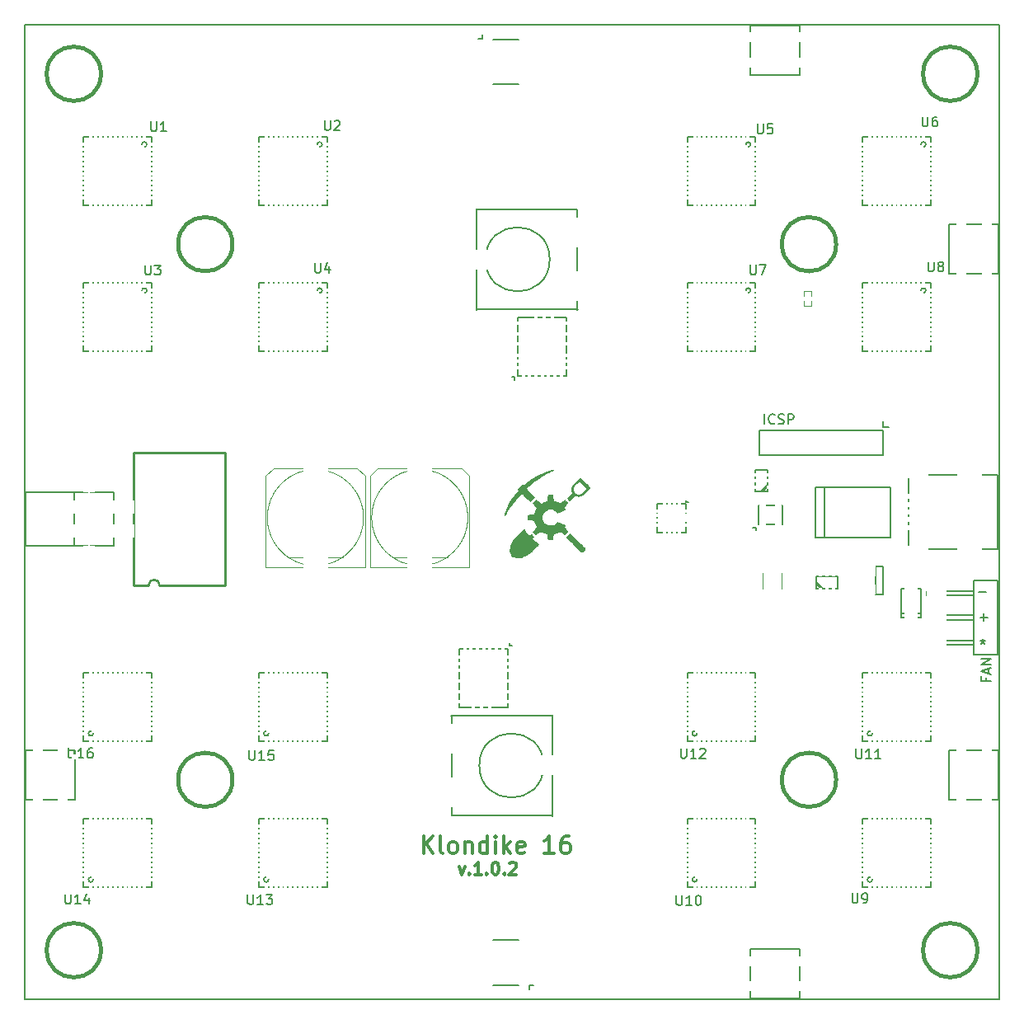
<source format=gto>
G04 (created by PCBNEW (2013-05-16 BZR 4016)-stable) date 12. 1. 2014 16:37:08*
%MOIN*%
G04 Gerber Fmt 3.4, Leading zero omitted, Abs format*
%FSLAX34Y34*%
G01*
G70*
G90*
G04 APERTURE LIST*
%ADD10C,0.00590551*%
%ADD11C,0.011811*%
%ADD12C,0.00787402*%
%ADD13C,0.0001*%
%ADD14C,0.015*%
%ADD15C,0.005*%
%ADD16C,0.008*%
%ADD17C,0.0028*%
%ADD18C,0.01*%
%ADD19C,0.000984252*%
%ADD20C,0.006*%
%ADD21C,0.004*%
%ADD22R,0.0354331X0.0314961*%
%ADD23C,0.19685*%
%ADD24R,0.0255906X0.0334646*%
%ADD25R,0.0708X0.0629*%
%ADD26C,0.0354*%
%ADD27R,0.0885X0.0196*%
%ADD28R,0.0984X0.0787*%
%ADD29R,0.0259843X0.011811*%
%ADD30R,0.0157X0.059*%
%ADD31R,0.0393701X0.0393701*%
%ADD32R,0.0787402X0.05*%
%ADD33R,0.0236X0.0157*%
%ADD34C,0.11811*%
%ADD35R,0.125984X0.0393701*%
%ADD36R,0.0393701X0.125984*%
%ADD37R,0.0196X0.0118*%
%ADD38R,0.0118X0.0196*%
%ADD39R,0.212598X0.212598*%
%ADD40R,0.0118X0.0295*%
%ADD41R,0.0295X0.0118*%
%ADD42R,0.0708661X0.0708661*%
%ADD43R,0.0393701X0.0314961*%
%ADD44R,0.0118X0.0275*%
%ADD45R,0.0275X0.0118*%
%ADD46R,0.0177165X0.0980315*%
%ADD47R,0.0838583X0.11378*%
%ADD48R,0.0401575X0.0980315*%
%ADD49R,0.105906X0.0610236*%
%ADD50R,0.023622X0.0169291*%
%ADD51R,0.0169291X0.0275591*%
%ADD52R,0.011811X0.0259843*%
%ADD53O,0.0826X0.0826*%
%ADD54R,0.019685X0.019685*%
%ADD55R,0.0255906X0.0393701*%
%ADD56R,0.0216535X0.0393701*%
%ADD57R,0.0551181X0.0393701*%
%ADD58R,0.0314961X0.0314961*%
%ADD59R,0.0551181X0.0511811*%
%ADD60R,0.0748031X0.0787402*%
%ADD61R,0.110236X0.122047*%
%ADD62R,0.0629921X0.0314961*%
%ADD63R,0.0314961X0.0393701*%
%ADD64R,0.0984252X0.15748*%
%ADD65R,0.0314961X0.0354331*%
%ADD66R,0.0354331X0.0275591*%
%ADD67R,0.0275591X0.0354331*%
%ADD68R,0.0275591X0.019685*%
%ADD69R,0.019685X0.0275591*%
%ADD70R,0.023622X0.019685*%
%ADD71R,0.019685X0.023622*%
%ADD72R,0.220472X0.104331*%
%ADD73R,0.275591X0.0551181*%
%ADD74R,0.0591X0.0276*%
%ADD75R,0.0591X0.0394*%
%ADD76R,0.0315X0.0787*%
G04 APERTURE END LIST*
G54D10*
G54D11*
X56320Y-55668D02*
X56437Y-55996D01*
X56554Y-55668D01*
X56742Y-55949D02*
X56765Y-55973D01*
X56742Y-55996D01*
X56718Y-55973D01*
X56742Y-55949D01*
X56742Y-55996D01*
X57234Y-55996D02*
X56953Y-55996D01*
X57093Y-55996D02*
X57093Y-55504D01*
X57046Y-55574D01*
X56999Y-55621D01*
X56953Y-55644D01*
X57445Y-55949D02*
X57468Y-55973D01*
X57445Y-55996D01*
X57421Y-55973D01*
X57445Y-55949D01*
X57445Y-55996D01*
X57773Y-55504D02*
X57820Y-55504D01*
X57866Y-55527D01*
X57890Y-55551D01*
X57913Y-55598D01*
X57937Y-55691D01*
X57937Y-55808D01*
X57913Y-55902D01*
X57890Y-55949D01*
X57866Y-55973D01*
X57820Y-55996D01*
X57773Y-55996D01*
X57726Y-55973D01*
X57702Y-55949D01*
X57679Y-55902D01*
X57656Y-55808D01*
X57656Y-55691D01*
X57679Y-55598D01*
X57702Y-55551D01*
X57726Y-55527D01*
X57773Y-55504D01*
X58148Y-55949D02*
X58171Y-55973D01*
X58148Y-55996D01*
X58124Y-55973D01*
X58148Y-55949D01*
X58148Y-55996D01*
X58359Y-55551D02*
X58382Y-55527D01*
X58429Y-55504D01*
X58546Y-55504D01*
X58593Y-55527D01*
X58616Y-55551D01*
X58640Y-55598D01*
X58640Y-55644D01*
X58616Y-55715D01*
X58335Y-55996D01*
X58640Y-55996D01*
G54D12*
X68336Y-41958D02*
X68336Y-42076D01*
X68198Y-41958D02*
X68336Y-41958D01*
X73464Y-37903D02*
X73464Y-37687D01*
X73474Y-37903D02*
X73710Y-37903D01*
X58375Y-46742D02*
X58454Y-46742D01*
X58356Y-46643D02*
X58356Y-46742D01*
X58572Y-35875D02*
X58572Y-36003D01*
X58454Y-35875D02*
X58572Y-35875D01*
X77620Y-48045D02*
X77620Y-48176D01*
X77826Y-48176D02*
X77432Y-48176D01*
X77432Y-47988D01*
X77714Y-47857D02*
X77714Y-47670D01*
X77826Y-47895D02*
X77432Y-47763D01*
X77826Y-47632D01*
X77826Y-47501D02*
X77432Y-47501D01*
X77826Y-47276D01*
X77432Y-47276D01*
X77500Y-46488D02*
X77500Y-46581D01*
X77406Y-46544D02*
X77500Y-46581D01*
X77593Y-46544D01*
X77443Y-46656D02*
X77500Y-46581D01*
X77556Y-46656D01*
X77330Y-44586D02*
X77630Y-44586D01*
X77389Y-45590D02*
X77689Y-45590D01*
X77539Y-45740D02*
X77539Y-45440D01*
X68670Y-37777D02*
X68670Y-37383D01*
X69083Y-37739D02*
X69064Y-37758D01*
X69008Y-37777D01*
X68970Y-37777D01*
X68914Y-37758D01*
X68877Y-37721D01*
X68858Y-37683D01*
X68839Y-37608D01*
X68839Y-37552D01*
X68858Y-37477D01*
X68877Y-37440D01*
X68914Y-37402D01*
X68970Y-37383D01*
X69008Y-37383D01*
X69064Y-37402D01*
X69083Y-37421D01*
X69233Y-37758D02*
X69289Y-37777D01*
X69383Y-37777D01*
X69420Y-37758D01*
X69439Y-37739D01*
X69458Y-37702D01*
X69458Y-37664D01*
X69439Y-37627D01*
X69420Y-37608D01*
X69383Y-37589D01*
X69308Y-37571D01*
X69270Y-37552D01*
X69251Y-37533D01*
X69233Y-37496D01*
X69233Y-37458D01*
X69251Y-37421D01*
X69270Y-37402D01*
X69308Y-37383D01*
X69401Y-37383D01*
X69458Y-37402D01*
X69626Y-37777D02*
X69626Y-37383D01*
X69776Y-37383D01*
X69814Y-37402D01*
X69833Y-37421D01*
X69851Y-37458D01*
X69851Y-37514D01*
X69833Y-37552D01*
X69814Y-37571D01*
X69776Y-37589D01*
X69626Y-37589D01*
X65511Y-40925D02*
X65590Y-40925D01*
X65511Y-40856D02*
X65511Y-40925D01*
X40526Y-50887D02*
X40526Y-51206D01*
X40545Y-51243D01*
X40563Y-51262D01*
X40601Y-51281D01*
X40676Y-51281D01*
X40713Y-51262D01*
X40732Y-51243D01*
X40751Y-51206D01*
X40751Y-50887D01*
X41145Y-51281D02*
X40920Y-51281D01*
X41032Y-51281D02*
X41032Y-50887D01*
X40995Y-50943D01*
X40957Y-50981D01*
X40920Y-51000D01*
X41482Y-50887D02*
X41407Y-50887D01*
X41369Y-50906D01*
X41351Y-50925D01*
X41313Y-50981D01*
X41294Y-51056D01*
X41294Y-51206D01*
X41313Y-51243D01*
X41332Y-51262D01*
X41369Y-51281D01*
X41444Y-51281D01*
X41482Y-51262D01*
X41501Y-51243D01*
X41519Y-51206D01*
X41519Y-51112D01*
X41501Y-51075D01*
X41482Y-51056D01*
X41444Y-51037D01*
X41369Y-51037D01*
X41332Y-51056D01*
X41313Y-51075D01*
X41294Y-51112D01*
X47839Y-50976D02*
X47839Y-51294D01*
X47858Y-51332D01*
X47876Y-51351D01*
X47914Y-51369D01*
X47989Y-51369D01*
X48026Y-51351D01*
X48045Y-51332D01*
X48064Y-51294D01*
X48064Y-50976D01*
X48458Y-51369D02*
X48233Y-51369D01*
X48345Y-51369D02*
X48345Y-50976D01*
X48308Y-51032D01*
X48270Y-51070D01*
X48233Y-51088D01*
X48814Y-50976D02*
X48626Y-50976D01*
X48607Y-51163D01*
X48626Y-51145D01*
X48664Y-51126D01*
X48757Y-51126D01*
X48795Y-51145D01*
X48814Y-51163D01*
X48832Y-51201D01*
X48832Y-51294D01*
X48814Y-51332D01*
X48795Y-51351D01*
X48757Y-51369D01*
X48664Y-51369D01*
X48626Y-51351D01*
X48607Y-51332D01*
X40398Y-56793D02*
X40398Y-57111D01*
X40417Y-57149D01*
X40435Y-57168D01*
X40473Y-57186D01*
X40548Y-57186D01*
X40585Y-57168D01*
X40604Y-57149D01*
X40623Y-57111D01*
X40623Y-56793D01*
X41017Y-57186D02*
X40792Y-57186D01*
X40904Y-57186D02*
X40904Y-56793D01*
X40867Y-56849D01*
X40829Y-56886D01*
X40792Y-56905D01*
X41354Y-56924D02*
X41354Y-57186D01*
X41260Y-56774D02*
X41167Y-57055D01*
X41410Y-57055D01*
X47780Y-56812D02*
X47780Y-57131D01*
X47799Y-57169D01*
X47817Y-57187D01*
X47855Y-57206D01*
X47930Y-57206D01*
X47967Y-57187D01*
X47986Y-57169D01*
X48005Y-57131D01*
X48005Y-56812D01*
X48398Y-57206D02*
X48173Y-57206D01*
X48286Y-57206D02*
X48286Y-56812D01*
X48248Y-56869D01*
X48211Y-56906D01*
X48173Y-56925D01*
X48530Y-56812D02*
X48773Y-56812D01*
X48642Y-56962D01*
X48698Y-56962D01*
X48736Y-56981D01*
X48755Y-57000D01*
X48773Y-57037D01*
X48773Y-57131D01*
X48755Y-57169D01*
X48736Y-57187D01*
X48698Y-57206D01*
X48586Y-57206D01*
X48548Y-57187D01*
X48530Y-57169D01*
X65290Y-50897D02*
X65290Y-51216D01*
X65308Y-51253D01*
X65327Y-51272D01*
X65365Y-51291D01*
X65440Y-51291D01*
X65477Y-51272D01*
X65496Y-51253D01*
X65515Y-51216D01*
X65515Y-50897D01*
X65908Y-51291D02*
X65683Y-51291D01*
X65796Y-51291D02*
X65796Y-50897D01*
X65758Y-50953D01*
X65721Y-50991D01*
X65683Y-51010D01*
X66058Y-50935D02*
X66077Y-50916D01*
X66115Y-50897D01*
X66208Y-50897D01*
X66246Y-50916D01*
X66264Y-50935D01*
X66283Y-50972D01*
X66283Y-51010D01*
X66264Y-51066D01*
X66040Y-51291D01*
X66283Y-51291D01*
X72376Y-50917D02*
X72376Y-51235D01*
X72395Y-51273D01*
X72414Y-51292D01*
X72451Y-51310D01*
X72526Y-51310D01*
X72564Y-51292D01*
X72582Y-51273D01*
X72601Y-51235D01*
X72601Y-50917D01*
X72995Y-51310D02*
X72770Y-51310D01*
X72882Y-51310D02*
X72882Y-50917D01*
X72845Y-50973D01*
X72807Y-51010D01*
X72770Y-51029D01*
X73370Y-51310D02*
X73145Y-51310D01*
X73257Y-51310D02*
X73257Y-50917D01*
X73220Y-50973D01*
X73182Y-51010D01*
X73145Y-51029D01*
X65112Y-56842D02*
X65112Y-57161D01*
X65131Y-57198D01*
X65150Y-57217D01*
X65187Y-57236D01*
X65262Y-57236D01*
X65300Y-57217D01*
X65319Y-57198D01*
X65337Y-57161D01*
X65337Y-56842D01*
X65731Y-57236D02*
X65506Y-57236D01*
X65619Y-57236D02*
X65619Y-56842D01*
X65581Y-56898D01*
X65544Y-56936D01*
X65506Y-56954D01*
X65975Y-56842D02*
X66012Y-56842D01*
X66050Y-56861D01*
X66069Y-56879D01*
X66087Y-56917D01*
X66106Y-56992D01*
X66106Y-57086D01*
X66087Y-57161D01*
X66069Y-57198D01*
X66050Y-57217D01*
X66012Y-57236D01*
X65975Y-57236D01*
X65937Y-57217D01*
X65919Y-57198D01*
X65900Y-57161D01*
X65881Y-57086D01*
X65881Y-56992D01*
X65900Y-56917D01*
X65919Y-56879D01*
X65937Y-56861D01*
X65975Y-56842D01*
X72219Y-56753D02*
X72219Y-57072D01*
X72238Y-57110D01*
X72257Y-57128D01*
X72294Y-57147D01*
X72369Y-57147D01*
X72407Y-57128D01*
X72425Y-57110D01*
X72444Y-57072D01*
X72444Y-56753D01*
X72650Y-57147D02*
X72725Y-57147D01*
X72763Y-57128D01*
X72782Y-57110D01*
X72819Y-57053D01*
X72838Y-56978D01*
X72838Y-56828D01*
X72819Y-56791D01*
X72800Y-56772D01*
X72763Y-56753D01*
X72688Y-56753D01*
X72650Y-56772D01*
X72632Y-56791D01*
X72613Y-56828D01*
X72613Y-56922D01*
X72632Y-56960D01*
X72650Y-56978D01*
X72688Y-56997D01*
X72763Y-56997D01*
X72800Y-56978D01*
X72819Y-56960D01*
X72838Y-56922D01*
X75290Y-31222D02*
X75290Y-31541D01*
X75309Y-31578D01*
X75328Y-31597D01*
X75365Y-31616D01*
X75440Y-31616D01*
X75478Y-31597D01*
X75496Y-31578D01*
X75515Y-31541D01*
X75515Y-31222D01*
X75759Y-31391D02*
X75721Y-31372D01*
X75703Y-31353D01*
X75684Y-31316D01*
X75684Y-31297D01*
X75703Y-31259D01*
X75721Y-31241D01*
X75759Y-31222D01*
X75834Y-31222D01*
X75871Y-31241D01*
X75890Y-31259D01*
X75909Y-31297D01*
X75909Y-31316D01*
X75890Y-31353D01*
X75871Y-31372D01*
X75834Y-31391D01*
X75759Y-31391D01*
X75721Y-31409D01*
X75703Y-31428D01*
X75684Y-31466D01*
X75684Y-31541D01*
X75703Y-31578D01*
X75721Y-31597D01*
X75759Y-31616D01*
X75834Y-31616D01*
X75871Y-31597D01*
X75890Y-31578D01*
X75909Y-31541D01*
X75909Y-31466D01*
X75890Y-31428D01*
X75871Y-31409D01*
X75834Y-31391D01*
X68105Y-31350D02*
X68105Y-31669D01*
X68124Y-31706D01*
X68143Y-31725D01*
X68180Y-31744D01*
X68255Y-31744D01*
X68293Y-31725D01*
X68311Y-31706D01*
X68330Y-31669D01*
X68330Y-31350D01*
X68480Y-31350D02*
X68742Y-31350D01*
X68574Y-31744D01*
X75054Y-25356D02*
X75054Y-25674D01*
X75073Y-25712D01*
X75091Y-25731D01*
X75129Y-25749D01*
X75204Y-25749D01*
X75241Y-25731D01*
X75260Y-25712D01*
X75279Y-25674D01*
X75279Y-25356D01*
X75635Y-25356D02*
X75560Y-25356D01*
X75523Y-25374D01*
X75504Y-25393D01*
X75466Y-25449D01*
X75448Y-25524D01*
X75448Y-25674D01*
X75466Y-25712D01*
X75485Y-25731D01*
X75523Y-25749D01*
X75598Y-25749D01*
X75635Y-25731D01*
X75654Y-25712D01*
X75673Y-25674D01*
X75673Y-25581D01*
X75654Y-25543D01*
X75635Y-25524D01*
X75598Y-25506D01*
X75523Y-25506D01*
X75485Y-25524D01*
X75466Y-25543D01*
X75448Y-25581D01*
X68390Y-25651D02*
X68390Y-25970D01*
X68409Y-26007D01*
X68428Y-26026D01*
X68465Y-26045D01*
X68540Y-26045D01*
X68578Y-26026D01*
X68597Y-26007D01*
X68615Y-25970D01*
X68615Y-25651D01*
X68990Y-25651D02*
X68803Y-25651D01*
X68784Y-25838D01*
X68803Y-25820D01*
X68840Y-25801D01*
X68934Y-25801D01*
X68972Y-25820D01*
X68990Y-25838D01*
X69009Y-25876D01*
X69009Y-25970D01*
X68990Y-26007D01*
X68972Y-26026D01*
X68934Y-26045D01*
X68840Y-26045D01*
X68803Y-26026D01*
X68784Y-26007D01*
X50497Y-31271D02*
X50497Y-31590D01*
X50516Y-31627D01*
X50534Y-31646D01*
X50572Y-31665D01*
X50647Y-31665D01*
X50684Y-31646D01*
X50703Y-31627D01*
X50722Y-31590D01*
X50722Y-31271D01*
X51078Y-31402D02*
X51078Y-31665D01*
X50984Y-31252D02*
X50890Y-31534D01*
X51134Y-31534D01*
X43637Y-31360D02*
X43637Y-31678D01*
X43655Y-31716D01*
X43674Y-31735D01*
X43712Y-31753D01*
X43787Y-31753D01*
X43824Y-31735D01*
X43843Y-31716D01*
X43862Y-31678D01*
X43862Y-31360D01*
X44011Y-31360D02*
X44255Y-31360D01*
X44124Y-31510D01*
X44180Y-31510D01*
X44218Y-31528D01*
X44236Y-31547D01*
X44255Y-31585D01*
X44255Y-31678D01*
X44236Y-31716D01*
X44218Y-31735D01*
X44180Y-31753D01*
X44068Y-31753D01*
X44030Y-31735D01*
X44011Y-31716D01*
X50890Y-25503D02*
X50890Y-25822D01*
X50909Y-25860D01*
X50928Y-25878D01*
X50965Y-25897D01*
X51040Y-25897D01*
X51078Y-25878D01*
X51097Y-25860D01*
X51115Y-25822D01*
X51115Y-25503D01*
X51284Y-25541D02*
X51303Y-25522D01*
X51340Y-25503D01*
X51434Y-25503D01*
X51472Y-25522D01*
X51490Y-25541D01*
X51509Y-25578D01*
X51509Y-25616D01*
X51490Y-25672D01*
X51265Y-25897D01*
X51509Y-25897D01*
X43873Y-25553D02*
X43873Y-25871D01*
X43892Y-25909D01*
X43910Y-25928D01*
X43948Y-25946D01*
X44023Y-25946D01*
X44060Y-25928D01*
X44079Y-25909D01*
X44098Y-25871D01*
X44098Y-25553D01*
X44491Y-25946D02*
X44266Y-25946D01*
X44379Y-25946D02*
X44379Y-25553D01*
X44341Y-25609D01*
X44304Y-25646D01*
X44266Y-25665D01*
G54D11*
X54884Y-55138D02*
X54884Y-54449D01*
X55277Y-55138D02*
X54982Y-54745D01*
X55277Y-54449D02*
X54884Y-54843D01*
X55671Y-55138D02*
X55605Y-55106D01*
X55573Y-55040D01*
X55573Y-54449D01*
X56032Y-55138D02*
X55966Y-55106D01*
X55933Y-55073D01*
X55901Y-55007D01*
X55901Y-54810D01*
X55933Y-54745D01*
X55966Y-54712D01*
X56032Y-54679D01*
X56130Y-54679D01*
X56196Y-54712D01*
X56229Y-54745D01*
X56261Y-54810D01*
X56261Y-55007D01*
X56229Y-55073D01*
X56196Y-55106D01*
X56130Y-55138D01*
X56032Y-55138D01*
X56557Y-54679D02*
X56557Y-55138D01*
X56557Y-54745D02*
X56590Y-54712D01*
X56655Y-54679D01*
X56754Y-54679D01*
X56819Y-54712D01*
X56852Y-54777D01*
X56852Y-55138D01*
X57475Y-55138D02*
X57475Y-54449D01*
X57475Y-55106D02*
X57410Y-55138D01*
X57279Y-55138D01*
X57213Y-55106D01*
X57180Y-55073D01*
X57147Y-55007D01*
X57147Y-54810D01*
X57180Y-54745D01*
X57213Y-54712D01*
X57279Y-54679D01*
X57410Y-54679D01*
X57475Y-54712D01*
X57803Y-55138D02*
X57803Y-54679D01*
X57803Y-54449D02*
X57771Y-54482D01*
X57803Y-54515D01*
X57836Y-54482D01*
X57803Y-54449D01*
X57803Y-54515D01*
X58132Y-55138D02*
X58132Y-54449D01*
X58197Y-54876D02*
X58394Y-55138D01*
X58394Y-54679D02*
X58132Y-54942D01*
X58952Y-55106D02*
X58886Y-55138D01*
X58755Y-55138D01*
X58689Y-55106D01*
X58657Y-55040D01*
X58657Y-54777D01*
X58689Y-54712D01*
X58755Y-54679D01*
X58886Y-54679D01*
X58952Y-54712D01*
X58985Y-54777D01*
X58985Y-54843D01*
X58657Y-54909D01*
X60166Y-55138D02*
X59772Y-55138D01*
X59969Y-55138D02*
X59969Y-54449D01*
X59903Y-54548D01*
X59838Y-54613D01*
X59772Y-54646D01*
X60756Y-54449D02*
X60625Y-54449D01*
X60559Y-54482D01*
X60527Y-54515D01*
X60461Y-54613D01*
X60428Y-54745D01*
X60428Y-55007D01*
X60461Y-55073D01*
X60494Y-55106D01*
X60559Y-55138D01*
X60691Y-55138D01*
X60756Y-55106D01*
X60789Y-55073D01*
X60822Y-55007D01*
X60822Y-54843D01*
X60789Y-54777D01*
X60756Y-54745D01*
X60691Y-54712D01*
X60559Y-54712D01*
X60494Y-54745D01*
X60461Y-54777D01*
X60428Y-54843D01*
G54D10*
X38779Y-61023D02*
X78149Y-61023D01*
X78149Y-61023D02*
X78149Y-21653D01*
X78149Y-21653D02*
X38779Y-21653D01*
X38779Y-21653D02*
X38779Y-61023D01*
G54D13*
G36*
X61233Y-39949D02*
X61241Y-39955D01*
X61258Y-39970D01*
X61283Y-39993D01*
X61314Y-40022D01*
X61350Y-40057D01*
X61389Y-40095D01*
X61397Y-40103D01*
X61189Y-40103D01*
X61088Y-40206D01*
X61045Y-40250D01*
X61013Y-40286D01*
X60989Y-40315D01*
X60973Y-40341D01*
X60963Y-40366D01*
X60958Y-40391D01*
X60956Y-40419D01*
X60955Y-40430D01*
X60962Y-40486D01*
X60983Y-40537D01*
X61016Y-40579D01*
X61062Y-40612D01*
X61075Y-40619D01*
X61114Y-40631D01*
X61160Y-40634D01*
X61206Y-40631D01*
X61246Y-40619D01*
X61260Y-40610D01*
X61282Y-40593D01*
X61309Y-40570D01*
X61340Y-40542D01*
X61372Y-40512D01*
X61404Y-40483D01*
X61432Y-40454D01*
X61455Y-40430D01*
X61472Y-40412D01*
X61478Y-40401D01*
X61478Y-40400D01*
X61473Y-40393D01*
X61458Y-40376D01*
X61436Y-40351D01*
X61406Y-40321D01*
X61371Y-40285D01*
X61334Y-40247D01*
X61189Y-40103D01*
X61397Y-40103D01*
X61430Y-40136D01*
X61471Y-40177D01*
X61510Y-40217D01*
X61547Y-40255D01*
X61580Y-40290D01*
X61607Y-40318D01*
X61627Y-40340D01*
X61638Y-40354D01*
X61640Y-40357D01*
X61635Y-40366D01*
X61620Y-40383D01*
X61597Y-40408D01*
X61567Y-40440D01*
X61532Y-40476D01*
X61493Y-40516D01*
X61488Y-40520D01*
X61442Y-40567D01*
X61404Y-40603D01*
X61374Y-40631D01*
X61350Y-40653D01*
X61330Y-40669D01*
X61312Y-40681D01*
X61295Y-40691D01*
X61282Y-40697D01*
X61254Y-40710D01*
X61231Y-40718D01*
X61208Y-40721D01*
X61178Y-40722D01*
X61159Y-40722D01*
X61118Y-40721D01*
X61088Y-40717D01*
X61063Y-40709D01*
X61055Y-40706D01*
X61021Y-40690D01*
X60911Y-40799D01*
X60801Y-40907D01*
X60742Y-40848D01*
X60682Y-40788D01*
X60791Y-40679D01*
X60828Y-40641D01*
X60856Y-40613D01*
X60875Y-40593D01*
X60887Y-40578D01*
X60893Y-40568D01*
X60894Y-40560D01*
X60892Y-40553D01*
X60890Y-40550D01*
X60871Y-40497D01*
X60865Y-40439D01*
X60870Y-40378D01*
X60889Y-40318D01*
X60897Y-40300D01*
X60907Y-40282D01*
X60918Y-40264D01*
X60932Y-40245D01*
X60951Y-40223D01*
X60976Y-40196D01*
X61008Y-40162D01*
X61049Y-40121D01*
X61073Y-40098D01*
X61112Y-40059D01*
X61149Y-40024D01*
X61180Y-39994D01*
X61206Y-39971D01*
X61224Y-39955D01*
X61232Y-39949D01*
X61233Y-39949D01*
X61233Y-39949D01*
X61233Y-39949D01*
G37*
G36*
X60818Y-42204D02*
X60825Y-42209D01*
X60841Y-42224D01*
X60866Y-42247D01*
X60897Y-42277D01*
X60935Y-42313D01*
X60977Y-42354D01*
X61011Y-42387D01*
X61062Y-42437D01*
X61117Y-42491D01*
X61173Y-42545D01*
X61226Y-42597D01*
X61274Y-42643D01*
X61314Y-42683D01*
X61323Y-42691D01*
X61364Y-42732D01*
X61396Y-42764D01*
X61419Y-42788D01*
X61434Y-42806D01*
X61443Y-42820D01*
X61447Y-42830D01*
X61448Y-42834D01*
X61445Y-42846D01*
X61437Y-42861D01*
X61421Y-42880D01*
X61395Y-42907D01*
X61379Y-42922D01*
X61352Y-42948D01*
X61327Y-42969D01*
X61308Y-42984D01*
X61297Y-42989D01*
X61296Y-42989D01*
X61286Y-42984D01*
X61267Y-42968D01*
X61239Y-42943D01*
X61205Y-42911D01*
X61166Y-42872D01*
X61132Y-42837D01*
X61089Y-42794D01*
X61041Y-42744D01*
X60988Y-42691D01*
X60935Y-42636D01*
X60882Y-42582D01*
X60856Y-42556D01*
X60660Y-42357D01*
X60736Y-42281D01*
X60764Y-42253D01*
X60788Y-42230D01*
X60806Y-42213D01*
X60817Y-42205D01*
X60818Y-42204D01*
X60818Y-42204D01*
X60818Y-42204D01*
G37*
G36*
X60115Y-40642D02*
X60132Y-40736D01*
X60141Y-40787D01*
X60148Y-40824D01*
X60154Y-40851D01*
X60160Y-40869D01*
X60168Y-40881D01*
X60178Y-40888D01*
X60191Y-40892D01*
X60209Y-40897D01*
X60214Y-40898D01*
X60245Y-40908D01*
X60283Y-40922D01*
X60322Y-40939D01*
X60340Y-40947D01*
X60414Y-40982D01*
X60511Y-40916D01*
X60545Y-40893D01*
X60574Y-40874D01*
X60597Y-40859D01*
X60611Y-40851D01*
X60614Y-40850D01*
X60622Y-40855D01*
X60638Y-40869D01*
X60660Y-40890D01*
X60681Y-40911D01*
X60742Y-40971D01*
X60672Y-41073D01*
X60602Y-41174D01*
X60625Y-41210D01*
X60636Y-41230D01*
X60642Y-41245D01*
X60642Y-41250D01*
X60633Y-41255D01*
X60613Y-41264D01*
X60582Y-41277D01*
X60543Y-41294D01*
X60498Y-41312D01*
X60473Y-41323D01*
X60310Y-41391D01*
X60266Y-41343D01*
X60212Y-41296D01*
X60153Y-41262D01*
X60089Y-41241D01*
X60023Y-41235D01*
X59957Y-41243D01*
X59892Y-41264D01*
X59847Y-41289D01*
X59795Y-41331D01*
X59754Y-41383D01*
X59724Y-41441D01*
X59707Y-41503D01*
X59702Y-41568D01*
X59709Y-41633D01*
X59730Y-41696D01*
X59765Y-41755D01*
X59765Y-41756D01*
X59810Y-41804D01*
X59863Y-41842D01*
X59923Y-41869D01*
X59987Y-41884D01*
X60052Y-41886D01*
X60099Y-41878D01*
X60149Y-41863D01*
X60190Y-41842D01*
X60229Y-41814D01*
X60261Y-41784D01*
X60282Y-41762D01*
X60300Y-41745D01*
X60311Y-41736D01*
X60312Y-41735D01*
X60321Y-41738D01*
X60341Y-41746D01*
X60371Y-41757D01*
X60407Y-41772D01*
X60447Y-41789D01*
X60490Y-41806D01*
X60531Y-41824D01*
X60569Y-41840D01*
X60602Y-41854D01*
X60626Y-41864D01*
X60639Y-41870D01*
X60641Y-41872D01*
X60640Y-41881D01*
X60633Y-41898D01*
X60625Y-41913D01*
X60602Y-41949D01*
X60671Y-42048D01*
X60739Y-42148D01*
X60675Y-42211D01*
X60611Y-42275D01*
X60514Y-42209D01*
X60480Y-42186D01*
X60450Y-42166D01*
X60427Y-42152D01*
X60413Y-42144D01*
X60410Y-42143D01*
X60399Y-42146D01*
X60379Y-42156D01*
X60360Y-42166D01*
X60335Y-42178D01*
X60301Y-42192D01*
X60263Y-42207D01*
X60239Y-42215D01*
X60204Y-42226D01*
X60181Y-42235D01*
X60167Y-42243D01*
X60159Y-42250D01*
X60156Y-42260D01*
X60154Y-42267D01*
X60151Y-42285D01*
X60145Y-42313D01*
X60139Y-42349D01*
X60132Y-42387D01*
X60115Y-42481D01*
X60025Y-42481D01*
X59934Y-42481D01*
X59912Y-42362D01*
X59905Y-42321D01*
X59898Y-42285D01*
X59892Y-42258D01*
X59887Y-42241D01*
X59886Y-42237D01*
X59877Y-42232D01*
X59857Y-42224D01*
X59830Y-42214D01*
X59816Y-42210D01*
X59778Y-42196D01*
X59738Y-42179D01*
X59705Y-42162D01*
X59701Y-42160D01*
X59651Y-42130D01*
X59544Y-42203D01*
X59438Y-42276D01*
X59374Y-42212D01*
X59310Y-42148D01*
X59383Y-42041D01*
X59456Y-41934D01*
X59430Y-41883D01*
X59398Y-41815D01*
X59375Y-41750D01*
X59370Y-41730D01*
X59362Y-41699D01*
X59268Y-41682D01*
X59228Y-41674D01*
X59189Y-41667D01*
X59157Y-41661D01*
X59137Y-41656D01*
X59100Y-41649D01*
X59102Y-41560D01*
X59105Y-41470D01*
X59231Y-41447D01*
X59357Y-41423D01*
X59381Y-41354D01*
X59395Y-41316D01*
X59412Y-41277D01*
X59427Y-41244D01*
X59431Y-41237D01*
X59445Y-41208D01*
X59451Y-41188D01*
X59450Y-41179D01*
X59444Y-41170D01*
X59430Y-41150D01*
X59412Y-41122D01*
X59389Y-41089D01*
X59377Y-41072D01*
X59310Y-40975D01*
X59374Y-40911D01*
X59439Y-40847D01*
X59543Y-40918D01*
X59648Y-40990D01*
X59715Y-40955D01*
X59750Y-40938D01*
X59787Y-40922D01*
X59819Y-40910D01*
X59828Y-40907D01*
X59854Y-40899D01*
X59874Y-40890D01*
X59883Y-40885D01*
X59887Y-40875D01*
X59893Y-40852D01*
X59901Y-40821D01*
X59909Y-40782D01*
X59913Y-40759D01*
X59934Y-40642D01*
X60025Y-40642D01*
X60115Y-40642D01*
X60115Y-40642D01*
X60115Y-40642D01*
G37*
G36*
X60181Y-39636D02*
X60194Y-39639D01*
X60195Y-39640D01*
X60193Y-39641D01*
X60181Y-39645D01*
X60158Y-39655D01*
X60126Y-39670D01*
X60087Y-39689D01*
X60043Y-39710D01*
X59996Y-39733D01*
X59949Y-39757D01*
X59905Y-39780D01*
X59865Y-39802D01*
X59831Y-39820D01*
X59819Y-39827D01*
X59685Y-39909D01*
X59548Y-40001D01*
X59410Y-40101D01*
X59277Y-40205D01*
X59151Y-40311D01*
X59109Y-40349D01*
X59059Y-40394D01*
X59082Y-40421D01*
X59093Y-40433D01*
X59113Y-40456D01*
X59141Y-40485D01*
X59174Y-40521D01*
X59210Y-40561D01*
X59250Y-40604D01*
X59395Y-40759D01*
X59308Y-40847D01*
X59220Y-40934D01*
X59197Y-40913D01*
X59183Y-40900D01*
X59161Y-40880D01*
X59132Y-40854D01*
X59100Y-40824D01*
X59078Y-40804D01*
X59039Y-40769D01*
X58999Y-40732D01*
X58961Y-40696D01*
X58929Y-40665D01*
X58919Y-40655D01*
X58857Y-40595D01*
X58771Y-40692D01*
X58627Y-40863D01*
X58497Y-41034D01*
X58380Y-41206D01*
X58273Y-41382D01*
X58256Y-41412D01*
X58237Y-41446D01*
X58222Y-41469D01*
X58210Y-41484D01*
X58198Y-41494D01*
X58184Y-41501D01*
X58175Y-41505D01*
X58155Y-41512D01*
X58141Y-41514D01*
X58139Y-41512D01*
X58141Y-41496D01*
X58147Y-41469D01*
X58155Y-41436D01*
X58165Y-41401D01*
X58176Y-41367D01*
X58182Y-41348D01*
X58253Y-41172D01*
X58339Y-41000D01*
X58439Y-40833D01*
X58552Y-40672D01*
X58668Y-40528D01*
X58717Y-40472D01*
X58700Y-40453D01*
X58683Y-40435D01*
X58699Y-40414D01*
X58713Y-40396D01*
X58735Y-40373D01*
X58761Y-40346D01*
X58790Y-40318D01*
X58819Y-40290D01*
X58846Y-40266D01*
X58868Y-40248D01*
X58884Y-40236D01*
X58889Y-40234D01*
X58906Y-40239D01*
X58917Y-40246D01*
X58923Y-40251D01*
X58931Y-40251D01*
X58942Y-40246D01*
X58959Y-40233D01*
X58984Y-40212D01*
X58994Y-40203D01*
X59129Y-40095D01*
X59269Y-39995D01*
X59415Y-39905D01*
X59564Y-39826D01*
X59714Y-39759D01*
X59864Y-39705D01*
X60012Y-39663D01*
X60059Y-39653D01*
X60098Y-39646D01*
X60134Y-39640D01*
X60163Y-39637D01*
X60180Y-39636D01*
X60181Y-39636D01*
X60181Y-39636D01*
X60181Y-39636D01*
G37*
G36*
X58947Y-42030D02*
X58957Y-42031D01*
X58969Y-42038D01*
X58984Y-42054D01*
X59003Y-42081D01*
X59018Y-42104D01*
X59042Y-42138D01*
X59069Y-42174D01*
X59097Y-42210D01*
X59123Y-42243D01*
X59145Y-42268D01*
X59160Y-42283D01*
X59168Y-42289D01*
X59176Y-42290D01*
X59187Y-42283D01*
X59203Y-42267D01*
X59212Y-42258D01*
X59250Y-42220D01*
X59310Y-42279D01*
X59370Y-42338D01*
X59331Y-42378D01*
X59292Y-42417D01*
X59335Y-42457D01*
X59361Y-42479D01*
X59394Y-42506D01*
X59429Y-42533D01*
X59441Y-42543D01*
X59482Y-42572D01*
X59511Y-42594D01*
X59531Y-42611D01*
X59544Y-42622D01*
X59551Y-42631D01*
X59554Y-42639D01*
X59555Y-42645D01*
X59550Y-42655D01*
X59537Y-42672D01*
X59514Y-42698D01*
X59481Y-42733D01*
X59438Y-42778D01*
X59384Y-42832D01*
X59380Y-42836D01*
X59334Y-42880D01*
X59290Y-42923D01*
X59249Y-42962D01*
X59212Y-42996D01*
X59182Y-43023D01*
X59160Y-43042D01*
X59155Y-43046D01*
X59061Y-43108D01*
X58968Y-43155D01*
X58872Y-43190D01*
X58772Y-43211D01*
X58738Y-43216D01*
X58680Y-43217D01*
X58618Y-43207D01*
X58557Y-43188D01*
X58503Y-43162D01*
X58467Y-43136D01*
X58441Y-43105D01*
X58416Y-43064D01*
X58395Y-43015D01*
X58381Y-42964D01*
X58376Y-42941D01*
X58373Y-42872D01*
X58381Y-42796D01*
X58400Y-42714D01*
X58430Y-42629D01*
X58442Y-42601D01*
X58462Y-42560D01*
X58485Y-42519D01*
X58513Y-42478D01*
X58547Y-42433D01*
X58588Y-42384D01*
X58638Y-42329D01*
X58697Y-42267D01*
X58740Y-42223D01*
X58784Y-42179D01*
X58824Y-42139D01*
X58861Y-42103D01*
X58891Y-42074D01*
X58915Y-42052D01*
X58930Y-42038D01*
X58935Y-42035D01*
X58947Y-42030D01*
X58947Y-42030D01*
X58947Y-42030D01*
G37*
G54D14*
X47159Y-30511D02*
G75*
G03X47159Y-30511I-1096J0D01*
G74*
G01*
G54D10*
X68425Y-41850D02*
X69409Y-41850D01*
X69409Y-41850D02*
X69409Y-41062D01*
X69409Y-41062D02*
X68425Y-41062D01*
X68425Y-41062D02*
X68425Y-41850D01*
G54D15*
X74488Y-42853D02*
X78109Y-42853D01*
X78109Y-42853D02*
X78109Y-39823D01*
X78109Y-39823D02*
X74488Y-39823D01*
X74488Y-39823D02*
X74488Y-42853D01*
X68798Y-40253D02*
X68538Y-40513D01*
X68798Y-40313D02*
X68603Y-40513D01*
X68288Y-39823D02*
X68181Y-39823D01*
X68288Y-40333D02*
X68181Y-40333D01*
X68798Y-40078D02*
X68905Y-40078D01*
X68798Y-39823D02*
X68905Y-39823D01*
X68798Y-40333D02*
X68905Y-40333D01*
X68288Y-40078D02*
X68181Y-40078D01*
X68288Y-40513D02*
X68288Y-39643D01*
X68288Y-39643D02*
X68798Y-39643D01*
X68798Y-39643D02*
X68798Y-40513D01*
X68798Y-40513D02*
X68288Y-40513D01*
G54D16*
X70767Y-42381D02*
X73759Y-42381D01*
X73759Y-42381D02*
X73759Y-40335D01*
X73759Y-40335D02*
X70767Y-40335D01*
G54D15*
X70728Y-42381D02*
X71112Y-42381D01*
X71112Y-42381D02*
X71112Y-40335D01*
X71112Y-40335D02*
X70728Y-40335D01*
X70728Y-40335D02*
X70728Y-42381D01*
X73476Y-38043D02*
X73476Y-39043D01*
X73476Y-39043D02*
X68472Y-39043D01*
X68472Y-39033D02*
X68472Y-38033D01*
X68472Y-38043D02*
X73476Y-38043D01*
G54D10*
X75265Y-46525D02*
X77135Y-46525D01*
X77135Y-46525D02*
X77125Y-46712D01*
X77125Y-46712D02*
X75255Y-46712D01*
X75255Y-46712D02*
X75255Y-46535D01*
X75255Y-45521D02*
X77135Y-45521D01*
X77125Y-45521D02*
X77125Y-45708D01*
X77125Y-45708D02*
X75255Y-45708D01*
X75255Y-45708D02*
X75255Y-45521D01*
X75236Y-44704D02*
X75236Y-44527D01*
X75236Y-44527D02*
X75246Y-44537D01*
X75236Y-44527D02*
X77135Y-44527D01*
X77135Y-44527D02*
X77135Y-44694D01*
X77135Y-44694D02*
X75236Y-44694D01*
X77125Y-44114D02*
X77125Y-47106D01*
X77125Y-47106D02*
X78110Y-47106D01*
X78110Y-47106D02*
X78110Y-44114D01*
X78110Y-44114D02*
X77125Y-44114D01*
G54D17*
X70553Y-32616D02*
X70553Y-32416D01*
X70553Y-32416D02*
X70253Y-32416D01*
X70253Y-32416D02*
X70253Y-32616D01*
X70553Y-32816D02*
X70553Y-33016D01*
X70553Y-33016D02*
X70253Y-33016D01*
X70253Y-33016D02*
X70253Y-32816D01*
G54D10*
X68094Y-23657D02*
X68094Y-21657D01*
X68094Y-21657D02*
X70094Y-21657D01*
X70094Y-21657D02*
X70094Y-23657D01*
X70094Y-23657D02*
X68094Y-23657D01*
X76145Y-29708D02*
X78145Y-29708D01*
X78145Y-29708D02*
X78145Y-31708D01*
X78145Y-31708D02*
X76145Y-31708D01*
X76145Y-31708D02*
X76145Y-29708D01*
X76145Y-50968D02*
X78145Y-50968D01*
X78145Y-50968D02*
X78145Y-52968D01*
X78145Y-52968D02*
X76145Y-52968D01*
X76145Y-52968D02*
X76145Y-50968D01*
X70094Y-59019D02*
X70094Y-61019D01*
X70094Y-61019D02*
X68094Y-61019D01*
X68094Y-61019D02*
X68094Y-59019D01*
X68094Y-59019D02*
X70094Y-59019D01*
G54D15*
X41142Y-28936D02*
X43896Y-28936D01*
X43896Y-28936D02*
X43896Y-26182D01*
X43896Y-26182D02*
X41142Y-26182D01*
X41142Y-26182D02*
X41142Y-28936D01*
X43699Y-26477D02*
G75*
G03X43699Y-26477I-98J0D01*
G74*
G01*
X41142Y-34841D02*
X43896Y-34841D01*
X43896Y-34841D02*
X43896Y-32087D01*
X43896Y-32087D02*
X41142Y-32087D01*
X41142Y-32087D02*
X41142Y-34841D01*
X43699Y-32382D02*
G75*
G03X43699Y-32382I-98J0D01*
G74*
G01*
X48229Y-34841D02*
X50983Y-34841D01*
X50983Y-34841D02*
X50983Y-32087D01*
X50983Y-32087D02*
X48229Y-32087D01*
X48229Y-32087D02*
X48229Y-34841D01*
X50786Y-32382D02*
G75*
G03X50786Y-32382I-98J0D01*
G74*
G01*
X48229Y-28936D02*
X50983Y-28936D01*
X50983Y-28936D02*
X50983Y-26182D01*
X50983Y-26182D02*
X48229Y-26182D01*
X48229Y-26182D02*
X48229Y-28936D01*
X50786Y-26477D02*
G75*
G03X50786Y-26477I-98J0D01*
G74*
G01*
X43896Y-47835D02*
X41142Y-47835D01*
X41142Y-47835D02*
X41142Y-50589D01*
X41142Y-50589D02*
X43896Y-50589D01*
X43896Y-50589D02*
X43896Y-47835D01*
X41535Y-50294D02*
G75*
G03X41535Y-50294I-98J0D01*
G74*
G01*
X43896Y-53741D02*
X41142Y-53741D01*
X41142Y-53741D02*
X41142Y-56495D01*
X41142Y-56495D02*
X43896Y-56495D01*
X43896Y-56495D02*
X43896Y-53741D01*
X41535Y-56200D02*
G75*
G03X41535Y-56200I-98J0D01*
G74*
G01*
X50983Y-53741D02*
X48229Y-53741D01*
X48229Y-53741D02*
X48229Y-56495D01*
X48229Y-56495D02*
X50983Y-56495D01*
X50983Y-56495D02*
X50983Y-53741D01*
X48622Y-56200D02*
G75*
G03X48622Y-56200I-98J0D01*
G74*
G01*
X50983Y-47835D02*
X48229Y-47835D01*
X48229Y-47835D02*
X48229Y-50589D01*
X48229Y-50589D02*
X50983Y-50589D01*
X50983Y-50589D02*
X50983Y-47835D01*
X48622Y-50294D02*
G75*
G03X48622Y-50294I-98J0D01*
G74*
G01*
X68306Y-47835D02*
X65552Y-47835D01*
X65552Y-47835D02*
X65552Y-50589D01*
X65552Y-50589D02*
X68306Y-50589D01*
X68306Y-50589D02*
X68306Y-47835D01*
X65945Y-50294D02*
G75*
G03X65945Y-50294I-98J0D01*
G74*
G01*
X68306Y-53741D02*
X65552Y-53741D01*
X65552Y-53741D02*
X65552Y-56495D01*
X65552Y-56495D02*
X68306Y-56495D01*
X68306Y-56495D02*
X68306Y-53741D01*
X65945Y-56200D02*
G75*
G03X65945Y-56200I-98J0D01*
G74*
G01*
X75392Y-53741D02*
X72638Y-53741D01*
X72638Y-53741D02*
X72638Y-56495D01*
X72638Y-56495D02*
X75392Y-56495D01*
X75392Y-56495D02*
X75392Y-53741D01*
X73031Y-56200D02*
G75*
G03X73031Y-56200I-98J0D01*
G74*
G01*
X75392Y-47835D02*
X72638Y-47835D01*
X72638Y-47835D02*
X72638Y-50589D01*
X72638Y-50589D02*
X75392Y-50589D01*
X75392Y-50589D02*
X75392Y-47835D01*
X73031Y-50294D02*
G75*
G03X73031Y-50294I-98J0D01*
G74*
G01*
X72638Y-34841D02*
X75392Y-34841D01*
X75392Y-34841D02*
X75392Y-32087D01*
X75392Y-32087D02*
X72638Y-32087D01*
X72638Y-32087D02*
X72638Y-34841D01*
X75195Y-32382D02*
G75*
G03X75195Y-32382I-98J0D01*
G74*
G01*
X72638Y-28936D02*
X75392Y-28936D01*
X75392Y-28936D02*
X75392Y-26182D01*
X75392Y-26182D02*
X72638Y-26182D01*
X72638Y-26182D02*
X72638Y-28936D01*
X75195Y-26477D02*
G75*
G03X75195Y-26477I-98J0D01*
G74*
G01*
X65552Y-28936D02*
X68306Y-28936D01*
X68306Y-28936D02*
X68306Y-26182D01*
X68306Y-26182D02*
X65552Y-26182D01*
X65552Y-26182D02*
X65552Y-28936D01*
X68109Y-26477D02*
G75*
G03X68109Y-26477I-98J0D01*
G74*
G01*
X65552Y-34841D02*
X68306Y-34841D01*
X68306Y-34841D02*
X68306Y-32087D01*
X68306Y-32087D02*
X65552Y-32087D01*
X65552Y-32087D02*
X65552Y-34841D01*
X68109Y-32382D02*
G75*
G03X68109Y-32382I-98J0D01*
G74*
G01*
X65509Y-40995D02*
X64329Y-40995D01*
X64329Y-40995D02*
X64329Y-42175D01*
X64329Y-42175D02*
X65509Y-42175D01*
X65509Y-42175D02*
X65509Y-40995D01*
X58701Y-33474D02*
X58701Y-35836D01*
X58701Y-35836D02*
X60669Y-35836D01*
X60669Y-35836D02*
X60669Y-33474D01*
X60669Y-33474D02*
X58701Y-33474D01*
X58306Y-49245D02*
X58306Y-46883D01*
X58306Y-46883D02*
X56338Y-46883D01*
X56338Y-46883D02*
X56338Y-49245D01*
X56338Y-49245D02*
X58306Y-49245D01*
G54D10*
X40783Y-52968D02*
X38783Y-52968D01*
X38783Y-52968D02*
X38783Y-50968D01*
X38783Y-50968D02*
X40783Y-50968D01*
X40783Y-50968D02*
X40783Y-52968D01*
G54D14*
X41844Y-23622D02*
G75*
G03X41844Y-23622I-1096J0D01*
G74*
G01*
X41844Y-59055D02*
G75*
G03X41844Y-59055I-1096J0D01*
G74*
G01*
X47159Y-52165D02*
G75*
G03X47159Y-52165I-1096J0D01*
G74*
G01*
X71569Y-52165D02*
G75*
G03X71569Y-52165I-1096J0D01*
G74*
G01*
X77277Y-59055D02*
G75*
G03X77277Y-59055I-1096J0D01*
G74*
G01*
X77277Y-23622D02*
G75*
G03X77277Y-23622I-1096J0D01*
G74*
G01*
X71569Y-30511D02*
G75*
G03X71569Y-30511I-1096J0D01*
G74*
G01*
G54D15*
X71025Y-44438D02*
X70765Y-44178D01*
X70965Y-44438D02*
X70765Y-44243D01*
X71455Y-43928D02*
X71455Y-43820D01*
X70945Y-43928D02*
X70945Y-43820D01*
X71200Y-44438D02*
X71200Y-44545D01*
X71455Y-44438D02*
X71455Y-44545D01*
X70945Y-44438D02*
X70945Y-44545D01*
X71200Y-43928D02*
X71200Y-43820D01*
X70765Y-43928D02*
X71635Y-43928D01*
X71635Y-43928D02*
X71635Y-44438D01*
X71635Y-44438D02*
X70765Y-44438D01*
X70765Y-44438D02*
X70765Y-43928D01*
G54D18*
X46849Y-38937D02*
X46849Y-44291D01*
X46849Y-44291D02*
X44212Y-44291D01*
X43779Y-44291D02*
X43149Y-44291D01*
X43149Y-44291D02*
X43149Y-38937D01*
X43149Y-38937D02*
X46849Y-38937D01*
X43780Y-44291D02*
G75*
G02X44212Y-44291I216J0D01*
G74*
G01*
G54D19*
X69370Y-43690D02*
X68582Y-43690D01*
X68582Y-43690D02*
X68582Y-44596D01*
X68582Y-44596D02*
X69370Y-44596D01*
X69370Y-44596D02*
X69370Y-43690D01*
G54D20*
X73166Y-44674D02*
X73166Y-43534D01*
X73166Y-43534D02*
X73466Y-43534D01*
X73466Y-43534D02*
X73466Y-44674D01*
X73466Y-44674D02*
X73166Y-44674D01*
G54D15*
X74990Y-45423D02*
X74202Y-45423D01*
X74990Y-45620D02*
X74990Y-44438D01*
X74990Y-44438D02*
X74202Y-44438D01*
X74202Y-44438D02*
X74202Y-45620D01*
X74202Y-45620D02*
X74990Y-45620D01*
G54D16*
X61109Y-29113D02*
X61109Y-33169D01*
X61128Y-33150D02*
X57072Y-33150D01*
X57016Y-33172D02*
X57016Y-29064D01*
X57062Y-29096D02*
X61092Y-29096D01*
X59988Y-31123D02*
G75*
G03X59988Y-31123I-1299J0D01*
G74*
G01*
X56020Y-53598D02*
X56020Y-49542D01*
X56001Y-49561D02*
X60057Y-49561D01*
X60113Y-49539D02*
X60113Y-53647D01*
X60067Y-53615D02*
X56037Y-53615D01*
X59739Y-51588D02*
G75*
G03X59739Y-51588I-1299J0D01*
G74*
G01*
G54D21*
X48823Y-39559D02*
X52207Y-39559D01*
X52522Y-43573D02*
X48508Y-43573D01*
X51480Y-39874D02*
G75*
G02X50180Y-43485I-965J-1691D01*
G74*
G01*
X50171Y-43573D02*
X48508Y-43573D01*
X48508Y-43573D02*
X48508Y-39874D01*
X48508Y-39874D02*
X48823Y-39559D01*
X52207Y-39559D02*
X52522Y-39874D01*
X52522Y-39874D02*
X52522Y-43573D01*
X52522Y-43573D02*
X50849Y-43573D01*
X49550Y-43258D02*
G75*
G02X50850Y-39648I965J1691D01*
G74*
G01*
X51627Y-43160D02*
X49413Y-43160D01*
X52463Y-41566D02*
G75*
G03X52463Y-41566I-1948J0D01*
G74*
G01*
X53044Y-39559D02*
X56428Y-39559D01*
X56743Y-43573D02*
X52729Y-43573D01*
X55701Y-39874D02*
G75*
G02X54401Y-43485I-965J-1691D01*
G74*
G01*
X54392Y-43573D02*
X52729Y-43573D01*
X52729Y-43573D02*
X52729Y-39874D01*
X52729Y-39874D02*
X53044Y-39559D01*
X56428Y-39559D02*
X56743Y-39874D01*
X56743Y-39874D02*
X56743Y-43573D01*
X56743Y-43573D02*
X55070Y-43573D01*
X53771Y-43258D02*
G75*
G02X55071Y-39648I965J1691D01*
G74*
G01*
X55848Y-43160D02*
X53634Y-43160D01*
X56684Y-41566D02*
G75*
G03X56684Y-41566I-1948J0D01*
G74*
G01*
G54D10*
X40777Y-40541D02*
X42352Y-40541D01*
X42352Y-40541D02*
X42352Y-42706D01*
X42352Y-42706D02*
X40777Y-42706D01*
X38809Y-42706D02*
X38809Y-40541D01*
X38809Y-40541D02*
X40777Y-40541D01*
X40777Y-40541D02*
X40777Y-42706D01*
X40777Y-42706D02*
X38809Y-42706D01*
G54D12*
X57256Y-22044D02*
X57256Y-22218D01*
X57256Y-22218D02*
X57089Y-22218D01*
X57698Y-22234D02*
X58722Y-22234D01*
X58722Y-24046D02*
X57698Y-24046D01*
X59174Y-60646D02*
X59174Y-60472D01*
X59174Y-60472D02*
X59341Y-60472D01*
X58732Y-60456D02*
X57708Y-60456D01*
X57708Y-58644D02*
X58732Y-58644D01*
%LPC*%
G54D22*
X59705Y-22550D03*
X60334Y-22550D03*
G54D23*
X46062Y-30511D03*
G54D24*
X69242Y-41151D03*
X68592Y-41151D03*
X69242Y-41761D03*
X68592Y-41761D03*
G54D25*
X56279Y-29960D03*
X56279Y-31062D03*
X55413Y-29960D03*
X55413Y-31062D03*
X61850Y-29980D03*
X61850Y-31082D03*
X62775Y-29980D03*
X62775Y-31082D03*
X60885Y-52607D03*
X60885Y-51505D03*
X61712Y-52587D03*
X61712Y-51485D03*
X55275Y-52657D03*
X55275Y-51555D03*
X54429Y-52657D03*
X54429Y-51555D03*
G54D26*
X75807Y-42204D03*
X75807Y-40472D03*
G54D27*
X74763Y-41338D03*
X74763Y-41652D03*
X74763Y-41967D03*
X74763Y-41024D03*
X74763Y-40709D03*
G54D28*
X74803Y-43089D03*
X74803Y-39587D03*
X76948Y-43089D03*
X76948Y-39587D03*
G54D29*
X68905Y-40334D03*
X68181Y-40078D03*
X68905Y-39822D03*
X68905Y-40078D03*
X68181Y-39822D03*
X68181Y-40334D03*
G54D30*
X71112Y-42785D03*
X71368Y-42785D03*
X71624Y-42785D03*
X71880Y-42785D03*
X72136Y-42785D03*
X72390Y-42785D03*
X72646Y-42785D03*
X72902Y-42785D03*
X73158Y-42785D03*
X73414Y-42785D03*
X73414Y-39931D03*
X73158Y-39931D03*
X72902Y-39931D03*
X72646Y-39931D03*
X72390Y-39931D03*
X72136Y-39931D03*
X71880Y-39931D03*
X71624Y-39931D03*
X71368Y-39931D03*
X71112Y-39931D03*
G54D31*
X71976Y-38543D03*
X70976Y-38543D03*
X69976Y-38543D03*
X72976Y-38543D03*
X68976Y-38543D03*
G54D32*
X75629Y-45610D03*
X75629Y-46614D03*
X75629Y-44606D03*
G54D33*
X70403Y-32539D03*
X70403Y-32893D03*
G54D34*
X72637Y-25196D03*
X75393Y-57480D03*
X43651Y-58100D03*
X52362Y-24212D03*
X40206Y-36082D03*
X64566Y-36417D03*
X51968Y-46653D03*
X64960Y-46653D03*
G54D35*
X68051Y-23159D03*
X68051Y-22155D03*
X70137Y-22155D03*
X70137Y-23159D03*
G54D36*
X76643Y-29665D03*
X77647Y-29665D03*
X77647Y-31751D03*
X76643Y-31751D03*
X76643Y-50925D03*
X77647Y-50925D03*
X77647Y-53011D03*
X76643Y-53011D03*
G54D35*
X70137Y-59517D03*
X70137Y-60521D03*
X68051Y-60521D03*
X68051Y-59517D03*
G54D37*
X43896Y-26477D03*
X43896Y-26674D03*
X43896Y-26871D03*
X43896Y-27067D03*
X43896Y-27264D03*
X43896Y-27461D03*
X43896Y-27657D03*
X43896Y-27854D03*
X43896Y-28051D03*
X43896Y-28247D03*
X43896Y-28444D03*
X43896Y-28641D03*
G54D38*
X43601Y-28936D03*
X43404Y-28936D03*
X43207Y-28936D03*
X43011Y-28936D03*
X42814Y-28936D03*
X42617Y-28936D03*
X42421Y-28936D03*
X42224Y-28936D03*
X42027Y-28936D03*
X41831Y-28936D03*
X41634Y-28936D03*
X41437Y-28936D03*
G54D37*
X41142Y-28641D03*
X41142Y-28444D03*
X41142Y-28247D03*
X41142Y-28051D03*
X41142Y-27854D03*
X41142Y-27657D03*
X41142Y-27461D03*
X41142Y-27264D03*
X41142Y-27067D03*
X41142Y-26871D03*
X41142Y-26674D03*
X41142Y-26477D03*
G54D38*
X41437Y-26182D03*
X41634Y-26182D03*
X41831Y-26182D03*
X42027Y-26182D03*
X42224Y-26182D03*
X42421Y-26182D03*
X42617Y-26182D03*
X42814Y-26182D03*
X43011Y-26182D03*
X43207Y-26182D03*
X43404Y-26182D03*
X43601Y-26182D03*
G54D39*
X42519Y-27559D03*
G54D37*
X43896Y-32382D03*
X43896Y-32579D03*
X43896Y-32776D03*
X43896Y-32972D03*
X43896Y-33169D03*
X43896Y-33366D03*
X43896Y-33562D03*
X43896Y-33759D03*
X43896Y-33956D03*
X43896Y-34152D03*
X43896Y-34349D03*
X43896Y-34546D03*
G54D38*
X43601Y-34841D03*
X43404Y-34841D03*
X43207Y-34841D03*
X43011Y-34841D03*
X42814Y-34841D03*
X42617Y-34841D03*
X42421Y-34841D03*
X42224Y-34841D03*
X42027Y-34841D03*
X41831Y-34841D03*
X41634Y-34841D03*
X41437Y-34841D03*
G54D37*
X41142Y-34546D03*
X41142Y-34349D03*
X41142Y-34152D03*
X41142Y-33956D03*
X41142Y-33759D03*
X41142Y-33562D03*
X41142Y-33366D03*
X41142Y-33169D03*
X41142Y-32972D03*
X41142Y-32776D03*
X41142Y-32579D03*
X41142Y-32382D03*
G54D38*
X41437Y-32087D03*
X41634Y-32087D03*
X41831Y-32087D03*
X42027Y-32087D03*
X42224Y-32087D03*
X42421Y-32087D03*
X42617Y-32087D03*
X42814Y-32087D03*
X43011Y-32087D03*
X43207Y-32087D03*
X43404Y-32087D03*
X43601Y-32087D03*
G54D39*
X42519Y-33464D03*
G54D37*
X50983Y-32382D03*
X50983Y-32579D03*
X50983Y-32776D03*
X50983Y-32972D03*
X50983Y-33169D03*
X50983Y-33366D03*
X50983Y-33562D03*
X50983Y-33759D03*
X50983Y-33956D03*
X50983Y-34152D03*
X50983Y-34349D03*
X50983Y-34546D03*
G54D38*
X50688Y-34841D03*
X50491Y-34841D03*
X50294Y-34841D03*
X50098Y-34841D03*
X49901Y-34841D03*
X49704Y-34841D03*
X49508Y-34841D03*
X49311Y-34841D03*
X49114Y-34841D03*
X48918Y-34841D03*
X48721Y-34841D03*
X48524Y-34841D03*
G54D37*
X48229Y-34546D03*
X48229Y-34349D03*
X48229Y-34152D03*
X48229Y-33956D03*
X48229Y-33759D03*
X48229Y-33562D03*
X48229Y-33366D03*
X48229Y-33169D03*
X48229Y-32972D03*
X48229Y-32776D03*
X48229Y-32579D03*
X48229Y-32382D03*
G54D38*
X48524Y-32087D03*
X48721Y-32087D03*
X48918Y-32087D03*
X49114Y-32087D03*
X49311Y-32087D03*
X49508Y-32087D03*
X49704Y-32087D03*
X49901Y-32087D03*
X50098Y-32087D03*
X50294Y-32087D03*
X50491Y-32087D03*
X50688Y-32087D03*
G54D39*
X49606Y-33464D03*
G54D37*
X50983Y-26477D03*
X50983Y-26674D03*
X50983Y-26871D03*
X50983Y-27067D03*
X50983Y-27264D03*
X50983Y-27461D03*
X50983Y-27657D03*
X50983Y-27854D03*
X50983Y-28051D03*
X50983Y-28247D03*
X50983Y-28444D03*
X50983Y-28641D03*
G54D38*
X50688Y-28936D03*
X50491Y-28936D03*
X50294Y-28936D03*
X50098Y-28936D03*
X49901Y-28936D03*
X49704Y-28936D03*
X49508Y-28936D03*
X49311Y-28936D03*
X49114Y-28936D03*
X48918Y-28936D03*
X48721Y-28936D03*
X48524Y-28936D03*
G54D37*
X48229Y-28641D03*
X48229Y-28444D03*
X48229Y-28247D03*
X48229Y-28051D03*
X48229Y-27854D03*
X48229Y-27657D03*
X48229Y-27461D03*
X48229Y-27264D03*
X48229Y-27067D03*
X48229Y-26871D03*
X48229Y-26674D03*
X48229Y-26477D03*
G54D38*
X48524Y-26182D03*
X48721Y-26182D03*
X48918Y-26182D03*
X49114Y-26182D03*
X49311Y-26182D03*
X49508Y-26182D03*
X49704Y-26182D03*
X49901Y-26182D03*
X50098Y-26182D03*
X50294Y-26182D03*
X50491Y-26182D03*
X50688Y-26182D03*
G54D39*
X49606Y-27559D03*
G54D37*
X41142Y-50294D03*
X41142Y-50097D03*
X41142Y-49900D03*
X41142Y-49704D03*
X41142Y-49507D03*
X41142Y-49310D03*
X41142Y-49114D03*
X41142Y-48917D03*
X41142Y-48720D03*
X41142Y-48524D03*
X41142Y-48327D03*
X41142Y-48130D03*
G54D38*
X41437Y-47835D03*
X41634Y-47835D03*
X41831Y-47835D03*
X42027Y-47835D03*
X42224Y-47835D03*
X42421Y-47835D03*
X42617Y-47835D03*
X42814Y-47835D03*
X43011Y-47835D03*
X43207Y-47835D03*
X43404Y-47835D03*
X43601Y-47835D03*
G54D37*
X43896Y-48130D03*
X43896Y-48327D03*
X43896Y-48524D03*
X43896Y-48720D03*
X43896Y-48917D03*
X43896Y-49114D03*
X43896Y-49310D03*
X43896Y-49507D03*
X43896Y-49704D03*
X43896Y-49900D03*
X43896Y-50097D03*
X43896Y-50294D03*
G54D38*
X43601Y-50589D03*
X43404Y-50589D03*
X43207Y-50589D03*
X43011Y-50589D03*
X42814Y-50589D03*
X42617Y-50589D03*
X42421Y-50589D03*
X42224Y-50589D03*
X42027Y-50589D03*
X41831Y-50589D03*
X41634Y-50589D03*
X41437Y-50589D03*
G54D39*
X42519Y-49212D03*
G54D37*
X41142Y-56200D03*
X41142Y-56003D03*
X41142Y-55806D03*
X41142Y-55610D03*
X41142Y-55413D03*
X41142Y-55216D03*
X41142Y-55020D03*
X41142Y-54823D03*
X41142Y-54626D03*
X41142Y-54430D03*
X41142Y-54233D03*
X41142Y-54036D03*
G54D38*
X41437Y-53741D03*
X41634Y-53741D03*
X41831Y-53741D03*
X42027Y-53741D03*
X42224Y-53741D03*
X42421Y-53741D03*
X42617Y-53741D03*
X42814Y-53741D03*
X43011Y-53741D03*
X43207Y-53741D03*
X43404Y-53741D03*
X43601Y-53741D03*
G54D37*
X43896Y-54036D03*
X43896Y-54233D03*
X43896Y-54430D03*
X43896Y-54626D03*
X43896Y-54823D03*
X43896Y-55020D03*
X43896Y-55216D03*
X43896Y-55413D03*
X43896Y-55610D03*
X43896Y-55806D03*
X43896Y-56003D03*
X43896Y-56200D03*
G54D38*
X43601Y-56495D03*
X43404Y-56495D03*
X43207Y-56495D03*
X43011Y-56495D03*
X42814Y-56495D03*
X42617Y-56495D03*
X42421Y-56495D03*
X42224Y-56495D03*
X42027Y-56495D03*
X41831Y-56495D03*
X41634Y-56495D03*
X41437Y-56495D03*
G54D39*
X42519Y-55118D03*
G54D37*
X48229Y-56200D03*
X48229Y-56003D03*
X48229Y-55806D03*
X48229Y-55610D03*
X48229Y-55413D03*
X48229Y-55216D03*
X48229Y-55020D03*
X48229Y-54823D03*
X48229Y-54626D03*
X48229Y-54430D03*
X48229Y-54233D03*
X48229Y-54036D03*
G54D38*
X48524Y-53741D03*
X48721Y-53741D03*
X48918Y-53741D03*
X49114Y-53741D03*
X49311Y-53741D03*
X49508Y-53741D03*
X49704Y-53741D03*
X49901Y-53741D03*
X50098Y-53741D03*
X50294Y-53741D03*
X50491Y-53741D03*
X50688Y-53741D03*
G54D37*
X50983Y-54036D03*
X50983Y-54233D03*
X50983Y-54430D03*
X50983Y-54626D03*
X50983Y-54823D03*
X50983Y-55020D03*
X50983Y-55216D03*
X50983Y-55413D03*
X50983Y-55610D03*
X50983Y-55806D03*
X50983Y-56003D03*
X50983Y-56200D03*
G54D38*
X50688Y-56495D03*
X50491Y-56495D03*
X50294Y-56495D03*
X50098Y-56495D03*
X49901Y-56495D03*
X49704Y-56495D03*
X49508Y-56495D03*
X49311Y-56495D03*
X49114Y-56495D03*
X48918Y-56495D03*
X48721Y-56495D03*
X48524Y-56495D03*
G54D39*
X49606Y-55118D03*
G54D37*
X48229Y-50294D03*
X48229Y-50097D03*
X48229Y-49900D03*
X48229Y-49704D03*
X48229Y-49507D03*
X48229Y-49310D03*
X48229Y-49114D03*
X48229Y-48917D03*
X48229Y-48720D03*
X48229Y-48524D03*
X48229Y-48327D03*
X48229Y-48130D03*
G54D38*
X48524Y-47835D03*
X48721Y-47835D03*
X48918Y-47835D03*
X49114Y-47835D03*
X49311Y-47835D03*
X49508Y-47835D03*
X49704Y-47835D03*
X49901Y-47835D03*
X50098Y-47835D03*
X50294Y-47835D03*
X50491Y-47835D03*
X50688Y-47835D03*
G54D37*
X50983Y-48130D03*
X50983Y-48327D03*
X50983Y-48524D03*
X50983Y-48720D03*
X50983Y-48917D03*
X50983Y-49114D03*
X50983Y-49310D03*
X50983Y-49507D03*
X50983Y-49704D03*
X50983Y-49900D03*
X50983Y-50097D03*
X50983Y-50294D03*
G54D38*
X50688Y-50589D03*
X50491Y-50589D03*
X50294Y-50589D03*
X50098Y-50589D03*
X49901Y-50589D03*
X49704Y-50589D03*
X49508Y-50589D03*
X49311Y-50589D03*
X49114Y-50589D03*
X48918Y-50589D03*
X48721Y-50589D03*
X48524Y-50589D03*
G54D39*
X49606Y-49212D03*
G54D37*
X65552Y-50294D03*
X65552Y-50097D03*
X65552Y-49900D03*
X65552Y-49704D03*
X65552Y-49507D03*
X65552Y-49310D03*
X65552Y-49114D03*
X65552Y-48917D03*
X65552Y-48720D03*
X65552Y-48524D03*
X65552Y-48327D03*
X65552Y-48130D03*
G54D38*
X65847Y-47835D03*
X66044Y-47835D03*
X66241Y-47835D03*
X66437Y-47835D03*
X66634Y-47835D03*
X66831Y-47835D03*
X67027Y-47835D03*
X67224Y-47835D03*
X67421Y-47835D03*
X67617Y-47835D03*
X67814Y-47835D03*
X68011Y-47835D03*
G54D37*
X68306Y-48130D03*
X68306Y-48327D03*
X68306Y-48524D03*
X68306Y-48720D03*
X68306Y-48917D03*
X68306Y-49114D03*
X68306Y-49310D03*
X68306Y-49507D03*
X68306Y-49704D03*
X68306Y-49900D03*
X68306Y-50097D03*
X68306Y-50294D03*
G54D38*
X68011Y-50589D03*
X67814Y-50589D03*
X67617Y-50589D03*
X67421Y-50589D03*
X67224Y-50589D03*
X67027Y-50589D03*
X66831Y-50589D03*
X66634Y-50589D03*
X66437Y-50589D03*
X66241Y-50589D03*
X66044Y-50589D03*
X65847Y-50589D03*
G54D39*
X66929Y-49212D03*
G54D37*
X65552Y-56200D03*
X65552Y-56003D03*
X65552Y-55806D03*
X65552Y-55610D03*
X65552Y-55413D03*
X65552Y-55216D03*
X65552Y-55020D03*
X65552Y-54823D03*
X65552Y-54626D03*
X65552Y-54430D03*
X65552Y-54233D03*
X65552Y-54036D03*
G54D38*
X65847Y-53741D03*
X66044Y-53741D03*
X66241Y-53741D03*
X66437Y-53741D03*
X66634Y-53741D03*
X66831Y-53741D03*
X67027Y-53741D03*
X67224Y-53741D03*
X67421Y-53741D03*
X67617Y-53741D03*
X67814Y-53741D03*
X68011Y-53741D03*
G54D37*
X68306Y-54036D03*
X68306Y-54233D03*
X68306Y-54430D03*
X68306Y-54626D03*
X68306Y-54823D03*
X68306Y-55020D03*
X68306Y-55216D03*
X68306Y-55413D03*
X68306Y-55610D03*
X68306Y-55806D03*
X68306Y-56003D03*
X68306Y-56200D03*
G54D38*
X68011Y-56495D03*
X67814Y-56495D03*
X67617Y-56495D03*
X67421Y-56495D03*
X67224Y-56495D03*
X67027Y-56495D03*
X66831Y-56495D03*
X66634Y-56495D03*
X66437Y-56495D03*
X66241Y-56495D03*
X66044Y-56495D03*
X65847Y-56495D03*
G54D39*
X66929Y-55118D03*
G54D37*
X72638Y-56200D03*
X72638Y-56003D03*
X72638Y-55806D03*
X72638Y-55610D03*
X72638Y-55413D03*
X72638Y-55216D03*
X72638Y-55020D03*
X72638Y-54823D03*
X72638Y-54626D03*
X72638Y-54430D03*
X72638Y-54233D03*
X72638Y-54036D03*
G54D38*
X72933Y-53741D03*
X73130Y-53741D03*
X73327Y-53741D03*
X73523Y-53741D03*
X73720Y-53741D03*
X73917Y-53741D03*
X74113Y-53741D03*
X74310Y-53741D03*
X74507Y-53741D03*
X74703Y-53741D03*
X74900Y-53741D03*
X75097Y-53741D03*
G54D37*
X75392Y-54036D03*
X75392Y-54233D03*
X75392Y-54430D03*
X75392Y-54626D03*
X75392Y-54823D03*
X75392Y-55020D03*
X75392Y-55216D03*
X75392Y-55413D03*
X75392Y-55610D03*
X75392Y-55806D03*
X75392Y-56003D03*
X75392Y-56200D03*
G54D38*
X75097Y-56495D03*
X74900Y-56495D03*
X74703Y-56495D03*
X74507Y-56495D03*
X74310Y-56495D03*
X74113Y-56495D03*
X73917Y-56495D03*
X73720Y-56495D03*
X73523Y-56495D03*
X73327Y-56495D03*
X73130Y-56495D03*
X72933Y-56495D03*
G54D39*
X74015Y-55118D03*
G54D37*
X72638Y-50294D03*
X72638Y-50097D03*
X72638Y-49900D03*
X72638Y-49704D03*
X72638Y-49507D03*
X72638Y-49310D03*
X72638Y-49114D03*
X72638Y-48917D03*
X72638Y-48720D03*
X72638Y-48524D03*
X72638Y-48327D03*
X72638Y-48130D03*
G54D38*
X72933Y-47835D03*
X73130Y-47835D03*
X73327Y-47835D03*
X73523Y-47835D03*
X73720Y-47835D03*
X73917Y-47835D03*
X74113Y-47835D03*
X74310Y-47835D03*
X74507Y-47835D03*
X74703Y-47835D03*
X74900Y-47835D03*
X75097Y-47835D03*
G54D37*
X75392Y-48130D03*
X75392Y-48327D03*
X75392Y-48524D03*
X75392Y-48720D03*
X75392Y-48917D03*
X75392Y-49114D03*
X75392Y-49310D03*
X75392Y-49507D03*
X75392Y-49704D03*
X75392Y-49900D03*
X75392Y-50097D03*
X75392Y-50294D03*
G54D38*
X75097Y-50589D03*
X74900Y-50589D03*
X74703Y-50589D03*
X74507Y-50589D03*
X74310Y-50589D03*
X74113Y-50589D03*
X73917Y-50589D03*
X73720Y-50589D03*
X73523Y-50589D03*
X73327Y-50589D03*
X73130Y-50589D03*
X72933Y-50589D03*
G54D39*
X74015Y-49212D03*
G54D37*
X75392Y-32382D03*
X75392Y-32579D03*
X75392Y-32776D03*
X75392Y-32972D03*
X75392Y-33169D03*
X75392Y-33366D03*
X75392Y-33562D03*
X75392Y-33759D03*
X75392Y-33956D03*
X75392Y-34152D03*
X75392Y-34349D03*
X75392Y-34546D03*
G54D38*
X75097Y-34841D03*
X74900Y-34841D03*
X74703Y-34841D03*
X74507Y-34841D03*
X74310Y-34841D03*
X74113Y-34841D03*
X73917Y-34841D03*
X73720Y-34841D03*
X73523Y-34841D03*
X73327Y-34841D03*
X73130Y-34841D03*
X72933Y-34841D03*
G54D37*
X72638Y-34546D03*
X72638Y-34349D03*
X72638Y-34152D03*
X72638Y-33956D03*
X72638Y-33759D03*
X72638Y-33562D03*
X72638Y-33366D03*
X72638Y-33169D03*
X72638Y-32972D03*
X72638Y-32776D03*
X72638Y-32579D03*
X72638Y-32382D03*
G54D38*
X72933Y-32087D03*
X73130Y-32087D03*
X73327Y-32087D03*
X73523Y-32087D03*
X73720Y-32087D03*
X73917Y-32087D03*
X74113Y-32087D03*
X74310Y-32087D03*
X74507Y-32087D03*
X74703Y-32087D03*
X74900Y-32087D03*
X75097Y-32087D03*
G54D39*
X74015Y-33464D03*
G54D37*
X75392Y-26477D03*
X75392Y-26674D03*
X75392Y-26871D03*
X75392Y-27067D03*
X75392Y-27264D03*
X75392Y-27461D03*
X75392Y-27657D03*
X75392Y-27854D03*
X75392Y-28051D03*
X75392Y-28247D03*
X75392Y-28444D03*
X75392Y-28641D03*
G54D38*
X75097Y-28936D03*
X74900Y-28936D03*
X74703Y-28936D03*
X74507Y-28936D03*
X74310Y-28936D03*
X74113Y-28936D03*
X73917Y-28936D03*
X73720Y-28936D03*
X73523Y-28936D03*
X73327Y-28936D03*
X73130Y-28936D03*
X72933Y-28936D03*
G54D37*
X72638Y-28641D03*
X72638Y-28444D03*
X72638Y-28247D03*
X72638Y-28051D03*
X72638Y-27854D03*
X72638Y-27657D03*
X72638Y-27461D03*
X72638Y-27264D03*
X72638Y-27067D03*
X72638Y-26871D03*
X72638Y-26674D03*
X72638Y-26477D03*
G54D38*
X72933Y-26182D03*
X73130Y-26182D03*
X73327Y-26182D03*
X73523Y-26182D03*
X73720Y-26182D03*
X73917Y-26182D03*
X74113Y-26182D03*
X74310Y-26182D03*
X74507Y-26182D03*
X74703Y-26182D03*
X74900Y-26182D03*
X75097Y-26182D03*
G54D39*
X74015Y-27559D03*
G54D37*
X68306Y-26477D03*
X68306Y-26674D03*
X68306Y-26871D03*
X68306Y-27067D03*
X68306Y-27264D03*
X68306Y-27461D03*
X68306Y-27657D03*
X68306Y-27854D03*
X68306Y-28051D03*
X68306Y-28247D03*
X68306Y-28444D03*
X68306Y-28641D03*
G54D38*
X68011Y-28936D03*
X67814Y-28936D03*
X67617Y-28936D03*
X67421Y-28936D03*
X67224Y-28936D03*
X67027Y-28936D03*
X66831Y-28936D03*
X66634Y-28936D03*
X66437Y-28936D03*
X66241Y-28936D03*
X66044Y-28936D03*
X65847Y-28936D03*
G54D37*
X65552Y-28641D03*
X65552Y-28444D03*
X65552Y-28247D03*
X65552Y-28051D03*
X65552Y-27854D03*
X65552Y-27657D03*
X65552Y-27461D03*
X65552Y-27264D03*
X65552Y-27067D03*
X65552Y-26871D03*
X65552Y-26674D03*
X65552Y-26477D03*
G54D38*
X65847Y-26182D03*
X66044Y-26182D03*
X66241Y-26182D03*
X66437Y-26182D03*
X66634Y-26182D03*
X66831Y-26182D03*
X67027Y-26182D03*
X67224Y-26182D03*
X67421Y-26182D03*
X67617Y-26182D03*
X67814Y-26182D03*
X68011Y-26182D03*
G54D39*
X66929Y-27559D03*
G54D37*
X68306Y-32382D03*
X68306Y-32579D03*
X68306Y-32776D03*
X68306Y-32972D03*
X68306Y-33169D03*
X68306Y-33366D03*
X68306Y-33562D03*
X68306Y-33759D03*
X68306Y-33956D03*
X68306Y-34152D03*
X68306Y-34349D03*
X68306Y-34546D03*
G54D38*
X68011Y-34841D03*
X67814Y-34841D03*
X67617Y-34841D03*
X67421Y-34841D03*
X67224Y-34841D03*
X67027Y-34841D03*
X66831Y-34841D03*
X66634Y-34841D03*
X66437Y-34841D03*
X66241Y-34841D03*
X66044Y-34841D03*
X65847Y-34841D03*
G54D37*
X65552Y-34546D03*
X65552Y-34349D03*
X65552Y-34152D03*
X65552Y-33956D03*
X65552Y-33759D03*
X65552Y-33562D03*
X65552Y-33366D03*
X65552Y-33169D03*
X65552Y-32972D03*
X65552Y-32776D03*
X65552Y-32579D03*
X65552Y-32382D03*
G54D38*
X65847Y-32087D03*
X66044Y-32087D03*
X66241Y-32087D03*
X66437Y-32087D03*
X66634Y-32087D03*
X66831Y-32087D03*
X67027Y-32087D03*
X67224Y-32087D03*
X67421Y-32087D03*
X67617Y-32087D03*
X67814Y-32087D03*
X68011Y-32087D03*
G54D39*
X66929Y-33464D03*
G54D40*
X65214Y-41015D03*
X65017Y-41015D03*
X64821Y-41015D03*
X64624Y-41015D03*
G54D41*
X64349Y-41290D03*
X64349Y-41487D03*
X64349Y-41683D03*
X64349Y-41880D03*
G54D40*
X64624Y-42155D03*
X64821Y-42155D03*
X65017Y-42155D03*
X65214Y-42155D03*
G54D41*
X65489Y-41880D03*
X65489Y-41683D03*
X65489Y-41487D03*
X65489Y-41290D03*
G54D42*
X64919Y-41585D03*
G54D43*
X65441Y-41585D03*
G54D44*
X58917Y-35816D03*
X59173Y-35816D03*
X59429Y-35816D03*
X59685Y-35816D03*
X59940Y-35816D03*
X60196Y-35816D03*
X60452Y-35816D03*
G54D45*
X60649Y-35501D03*
X60649Y-35245D03*
X60649Y-34989D03*
X58721Y-35501D03*
X58721Y-35245D03*
X58721Y-34989D03*
G54D46*
X60472Y-34123D03*
G54D47*
X59773Y-34192D03*
G54D48*
X59005Y-34123D03*
G54D49*
X59665Y-35245D03*
G54D50*
X58700Y-33710D03*
X58700Y-34123D03*
X58700Y-34536D03*
X60669Y-33710D03*
X60669Y-34123D03*
X60659Y-34536D03*
G54D51*
X59773Y-33483D03*
X59438Y-33483D03*
X60108Y-33483D03*
G54D44*
X58089Y-46902D03*
X57833Y-46902D03*
X57577Y-46902D03*
X57322Y-46902D03*
X57066Y-46902D03*
X56810Y-46902D03*
X56554Y-46902D03*
G54D45*
X56358Y-47218D03*
X56358Y-47474D03*
X56358Y-47730D03*
X58286Y-47218D03*
X58286Y-47474D03*
X58286Y-47730D03*
G54D46*
X56534Y-48595D03*
G54D47*
X57233Y-48526D03*
G54D48*
X58001Y-48595D03*
G54D49*
X57341Y-47473D03*
G54D50*
X58306Y-49008D03*
X58306Y-48595D03*
X58306Y-48182D03*
X56337Y-49008D03*
X56337Y-48595D03*
X56347Y-48182D03*
G54D51*
X57233Y-49235D03*
X57568Y-49235D03*
X56898Y-49235D03*
G54D36*
X40285Y-53011D03*
X39281Y-53011D03*
X39281Y-50925D03*
X40285Y-50925D03*
G54D23*
X40748Y-23622D03*
X40748Y-59055D03*
X46062Y-52165D03*
X70472Y-52165D03*
X76181Y-59055D03*
X76181Y-23622D03*
X70472Y-30511D03*
G54D52*
X70944Y-44545D03*
X71200Y-43820D03*
X71456Y-44545D03*
X71200Y-44545D03*
X71456Y-43820D03*
X70944Y-43820D03*
G54D53*
X44252Y-43267D03*
X44252Y-41614D03*
X44252Y-39961D03*
X45904Y-39961D03*
X45904Y-41614D03*
X45904Y-43267D03*
G54D34*
X41378Y-43267D03*
X41378Y-39961D03*
G54D54*
X74025Y-41496D03*
X74025Y-41850D03*
X74025Y-40807D03*
X74025Y-41161D03*
X74035Y-42401D03*
X74035Y-42755D03*
X74025Y-40118D03*
X74025Y-40472D03*
G54D55*
X69291Y-44685D03*
X68661Y-44685D03*
G54D56*
X68877Y-44685D03*
X69074Y-44685D03*
X69074Y-43602D03*
X68877Y-43602D03*
G54D55*
X68661Y-43602D03*
X69291Y-43602D03*
G54D57*
X72883Y-43740D03*
X72883Y-44488D03*
X73750Y-44104D03*
G54D58*
X69616Y-42352D03*
X69616Y-42942D03*
X76407Y-35275D03*
X76998Y-35275D03*
G54D59*
X74596Y-45600D03*
X74596Y-44458D03*
G54D60*
X57290Y-31123D03*
G54D61*
X60696Y-32205D03*
X60696Y-30040D03*
G54D60*
X59838Y-51588D03*
G54D61*
X56432Y-50505D03*
X56432Y-52670D03*
G54D62*
X66525Y-41840D03*
X66525Y-41131D03*
G54D63*
X44074Y-23740D03*
X43444Y-23740D03*
X50068Y-23494D03*
X49438Y-23494D03*
G54D43*
X48139Y-29881D03*
X48139Y-30511D03*
X41023Y-29862D03*
X41023Y-30492D03*
X44015Y-52431D03*
X44015Y-51801D03*
X47746Y-53307D03*
X47746Y-52677D03*
G54D63*
X45127Y-59261D03*
X44498Y-59261D03*
X51259Y-59320D03*
X50629Y-59320D03*
X65078Y-59301D03*
X65708Y-59301D03*
X73011Y-59360D03*
X73641Y-59360D03*
G54D43*
X68366Y-52844D03*
X68366Y-52214D03*
X75324Y-52874D03*
X75324Y-52244D03*
X68681Y-29645D03*
X68681Y-30275D03*
X72559Y-29862D03*
X72559Y-30492D03*
G54D63*
X65285Y-23307D03*
X65915Y-23307D03*
X73238Y-23661D03*
X73868Y-23661D03*
G54D64*
X50515Y-43141D03*
X50515Y-39992D03*
X54736Y-43141D03*
X54736Y-39992D03*
G54D65*
X59409Y-49015D03*
X59409Y-48385D03*
X57559Y-34370D03*
X57559Y-33740D03*
G54D22*
X53740Y-35984D03*
X54370Y-35984D03*
X56764Y-23720D03*
X56135Y-23720D03*
X56724Y-60145D03*
X56095Y-60145D03*
X59705Y-58960D03*
X60334Y-58960D03*
X66122Y-39173D03*
X65492Y-39173D03*
X66122Y-39783D03*
X65492Y-39783D03*
X64842Y-43011D03*
X65472Y-43011D03*
X58204Y-45159D03*
X58833Y-45159D03*
X57644Y-45151D03*
X57015Y-45151D03*
G54D65*
X54114Y-46929D03*
X54114Y-46299D03*
X62500Y-52293D03*
X62500Y-51663D03*
G54D22*
X59118Y-46985D03*
X59747Y-46985D03*
X62559Y-46732D03*
X63188Y-46732D03*
X58507Y-46103D03*
X59136Y-46103D03*
G54D65*
X55645Y-48017D03*
X55645Y-48646D03*
G54D22*
X58936Y-37375D03*
X58307Y-37375D03*
X59511Y-37422D03*
X60140Y-37422D03*
G54D65*
X63031Y-35511D03*
X63031Y-36141D03*
X54606Y-30354D03*
X54606Y-30984D03*
G54D22*
X58038Y-35635D03*
X57409Y-35635D03*
X58573Y-36548D03*
X57944Y-36548D03*
G54D65*
X61464Y-34713D03*
X61464Y-34084D03*
G54D31*
X63996Y-39881D03*
X64822Y-39881D03*
X63996Y-39074D03*
X64822Y-39074D03*
X60157Y-48287D03*
X60157Y-49114D03*
X60984Y-48287D03*
X60984Y-49114D03*
X61811Y-48287D03*
X61811Y-49114D03*
X62460Y-48267D03*
X63287Y-48267D03*
X62460Y-47440D03*
X63287Y-47440D03*
X56850Y-34468D03*
X56850Y-33641D03*
X56023Y-34468D03*
X56023Y-33641D03*
X55196Y-34468D03*
X55196Y-33641D03*
X54468Y-34488D03*
X53641Y-34488D03*
X54468Y-35275D03*
X53641Y-35275D03*
G54D66*
X68110Y-43818D03*
X68110Y-44409D03*
X67312Y-43818D03*
X67312Y-44409D03*
X72145Y-43799D03*
X72145Y-44389D03*
X68818Y-42942D03*
X68818Y-42352D03*
X77283Y-34704D03*
X77283Y-34114D03*
X73051Y-37185D03*
X73051Y-37775D03*
G54D67*
X75354Y-38346D03*
X75944Y-38346D03*
X74606Y-38346D03*
X74015Y-38346D03*
G54D66*
X69911Y-39468D03*
X69911Y-40059D03*
X69911Y-40669D03*
X69911Y-41259D03*
X64133Y-42775D03*
X64133Y-43366D03*
X56303Y-45477D03*
X56303Y-46068D03*
X54830Y-47154D03*
X54830Y-46563D03*
X54633Y-45540D03*
X54633Y-44949D03*
G54D67*
X57857Y-44340D03*
X58448Y-44340D03*
G54D66*
X53811Y-44945D03*
X53811Y-45536D03*
X55440Y-45540D03*
X55440Y-44949D03*
X55653Y-46815D03*
X55653Y-47406D03*
G54D67*
X60062Y-45304D03*
X60653Y-45304D03*
X59723Y-46103D03*
X60314Y-46103D03*
X57606Y-45970D03*
X57015Y-45970D03*
G54D66*
X60834Y-37095D03*
X60834Y-36504D03*
X62307Y-35516D03*
X62307Y-36107D03*
X62464Y-36914D03*
X62464Y-37505D03*
G54D67*
X59259Y-38194D03*
X58668Y-38194D03*
G54D66*
X63267Y-37509D03*
X63267Y-36918D03*
X61645Y-36945D03*
X61645Y-37536D03*
X61456Y-35902D03*
X61456Y-35311D03*
G54D67*
X57043Y-37375D03*
X56452Y-37375D03*
X57322Y-36548D03*
X56731Y-36548D03*
X59503Y-36596D03*
X60094Y-36596D03*
G54D68*
X70423Y-42450D03*
X70423Y-42844D03*
G54D69*
X71988Y-44970D03*
X72381Y-44970D03*
X69832Y-44429D03*
X70226Y-44429D03*
G54D68*
X43366Y-51722D03*
X43366Y-52116D03*
G54D69*
X49448Y-52834D03*
X49842Y-52834D03*
G54D68*
X43966Y-59045D03*
X43966Y-59438D03*
G54D69*
X49931Y-59124D03*
X49537Y-59124D03*
X68248Y-51673D03*
X67854Y-51673D03*
X75246Y-51732D03*
X74852Y-51732D03*
G54D68*
X66220Y-59370D03*
X66220Y-59763D03*
G54D69*
X73523Y-59980D03*
X73129Y-59980D03*
X73740Y-29960D03*
X74133Y-29960D03*
X67007Y-29901D03*
X66614Y-29901D03*
X73946Y-24301D03*
X74340Y-24301D03*
G54D68*
X66456Y-23297D03*
X66456Y-22903D03*
G54D69*
X49665Y-30885D03*
X49271Y-30885D03*
X42342Y-30846D03*
X42736Y-30846D03*
X49547Y-24153D03*
X49940Y-24153D03*
G54D68*
X42913Y-23740D03*
X42913Y-24133D03*
X68129Y-41259D03*
X68129Y-41653D03*
G54D69*
X71171Y-39301D03*
X71564Y-39301D03*
G54D68*
X41948Y-46948D03*
X41948Y-46555D03*
X40797Y-50846D03*
X40797Y-51240D03*
G54D69*
X40314Y-48622D03*
X39921Y-48622D03*
X43208Y-52785D03*
X42814Y-52785D03*
X44842Y-48622D03*
X45236Y-48622D03*
X44842Y-50295D03*
X45236Y-50295D03*
G54D68*
X42834Y-51732D03*
X42834Y-52125D03*
X42263Y-51732D03*
X42263Y-52125D03*
X39970Y-49537D03*
X39970Y-49931D03*
G54D69*
X40314Y-48129D03*
X39921Y-48129D03*
X44842Y-48129D03*
X45236Y-48129D03*
X51919Y-50403D03*
X52312Y-50403D03*
X47362Y-48622D03*
X46968Y-48622D03*
G54D68*
X48405Y-51919D03*
X48405Y-52312D03*
X49350Y-46948D03*
X49350Y-46555D03*
G54D69*
X52027Y-48622D03*
X52421Y-48622D03*
G54D68*
X47598Y-50177D03*
X47598Y-50570D03*
X49881Y-51909D03*
X49881Y-52303D03*
X49389Y-51909D03*
X49389Y-52303D03*
X47106Y-49763D03*
X47106Y-50157D03*
G54D69*
X47362Y-48129D03*
X46968Y-48129D03*
X52027Y-48129D03*
X52421Y-48129D03*
G54D68*
X42283Y-57273D03*
X42283Y-57667D03*
X39940Y-56988D03*
X39940Y-56594D03*
X39940Y-55000D03*
X39940Y-54606D03*
X41771Y-52637D03*
X41771Y-52244D03*
G54D69*
X44124Y-53080D03*
X44517Y-53080D03*
G54D68*
X43287Y-46948D03*
X43287Y-46555D03*
X45098Y-56732D03*
X45098Y-56338D03*
X45098Y-55413D03*
X45098Y-55807D03*
X39940Y-55669D03*
X39940Y-56062D03*
X40433Y-54094D03*
X40433Y-54488D03*
X44622Y-53976D03*
X44622Y-53582D03*
G54D69*
X52037Y-56013D03*
X52431Y-56013D03*
G54D68*
X47086Y-56988D03*
X47086Y-56594D03*
X47086Y-55000D03*
X47086Y-54606D03*
X50374Y-52814D03*
X50374Y-52421D03*
X52125Y-53070D03*
X52125Y-53464D03*
X47578Y-56082D03*
X47578Y-56476D03*
X48897Y-52814D03*
X48897Y-52421D03*
X48887Y-58553D03*
X48887Y-58946D03*
X47086Y-55669D03*
X47086Y-56062D03*
X47578Y-54094D03*
X47578Y-54488D03*
X51633Y-53976D03*
X51633Y-53582D03*
X67736Y-52736D03*
X67736Y-52342D03*
G54D69*
X64350Y-48720D03*
X63956Y-48720D03*
G54D68*
X67775Y-46948D03*
X67775Y-46555D03*
X66397Y-46948D03*
X66397Y-46555D03*
G54D69*
X69251Y-48622D03*
X69645Y-48622D03*
G54D68*
X64901Y-51082D03*
X64901Y-50688D03*
X67263Y-51830D03*
X67263Y-52224D03*
X66673Y-51830D03*
X66673Y-52224D03*
X64901Y-49763D03*
X64901Y-50157D03*
X65078Y-48070D03*
X65078Y-47677D03*
G54D69*
X69251Y-48129D03*
X69645Y-48129D03*
G54D68*
X74704Y-52755D03*
X74704Y-52362D03*
X74547Y-46929D03*
X74547Y-46535D03*
G54D69*
X71850Y-48622D03*
X71456Y-48622D03*
G54D68*
X73405Y-46929D03*
X73405Y-46535D03*
G54D69*
X76181Y-48622D03*
X76574Y-48622D03*
X72234Y-50669D03*
X71840Y-50669D03*
G54D68*
X74212Y-51850D03*
X74212Y-52244D03*
X73700Y-51850D03*
X73700Y-52244D03*
X71811Y-49763D03*
X71811Y-50157D03*
G54D69*
X71850Y-48129D03*
X71456Y-48129D03*
X76181Y-48110D03*
X76574Y-48110D03*
X69163Y-56505D03*
X69557Y-56505D03*
X64350Y-49212D03*
X63956Y-49212D03*
X64744Y-54527D03*
X64350Y-54527D03*
G54D68*
X66181Y-52736D03*
X66181Y-52342D03*
G54D69*
X69330Y-54527D03*
X69724Y-54527D03*
G54D68*
X64763Y-56988D03*
X64763Y-56594D03*
G54D69*
X69143Y-50442D03*
X69537Y-50442D03*
G54D68*
X66649Y-57334D03*
X66649Y-57728D03*
X64763Y-55669D03*
X64763Y-56062D03*
G54D69*
X64744Y-54035D03*
X64350Y-54035D03*
X69330Y-54035D03*
X69724Y-54035D03*
G54D68*
X73610Y-57350D03*
X73610Y-57744D03*
X76417Y-56968D03*
X76417Y-56574D03*
G54D69*
X71830Y-54527D03*
X71437Y-54527D03*
G54D68*
X73208Y-52755D03*
X73208Y-52362D03*
G54D69*
X76338Y-54527D03*
X76732Y-54527D03*
G54D68*
X71830Y-56988D03*
X71830Y-56594D03*
X76417Y-55629D03*
X76417Y-56023D03*
G54D69*
X76181Y-49881D03*
X76574Y-49881D03*
G54D68*
X71830Y-55669D03*
X71830Y-56062D03*
G54D69*
X71830Y-54035D03*
X71437Y-54035D03*
X76338Y-54035D03*
X76732Y-54035D03*
G54D68*
X73188Y-35669D03*
X73188Y-36062D03*
G54D69*
X76338Y-34281D03*
X76732Y-34281D03*
G54D68*
X67263Y-35673D03*
X67263Y-36066D03*
X74397Y-35653D03*
X74397Y-36047D03*
G54D69*
X71653Y-34055D03*
X71259Y-34055D03*
G54D68*
X73661Y-30885D03*
X73661Y-30492D03*
X74173Y-30885D03*
X74173Y-30492D03*
G54D69*
X75728Y-32007D03*
X76122Y-32007D03*
G54D68*
X76141Y-32893D03*
X76141Y-32500D03*
G54D69*
X76338Y-34763D03*
X76732Y-34763D03*
X71653Y-34547D03*
X71259Y-34547D03*
X69192Y-34074D03*
X69586Y-34074D03*
X64842Y-32047D03*
X64448Y-32047D03*
G54D68*
X66043Y-29901D03*
X66043Y-30295D03*
G54D69*
X68996Y-32007D03*
X69389Y-32007D03*
X64685Y-35039D03*
X64291Y-35039D03*
G54D68*
X66122Y-35669D03*
X66122Y-36062D03*
X67086Y-30807D03*
X67086Y-30413D03*
X66535Y-30807D03*
X66535Y-30413D03*
X69448Y-32913D03*
X69448Y-32519D03*
G54D69*
X69192Y-34547D03*
X69586Y-34547D03*
X64685Y-34547D03*
X64291Y-34547D03*
G54D68*
X71456Y-26653D03*
X71456Y-26259D03*
X76181Y-25688D03*
X76181Y-26082D03*
G54D69*
X76240Y-28149D03*
X76633Y-28149D03*
G54D68*
X74665Y-29980D03*
X74665Y-30374D03*
G54D69*
X71712Y-28149D03*
X71318Y-28149D03*
G54D68*
X71456Y-25334D03*
X71456Y-25728D03*
X73169Y-29980D03*
X73169Y-30374D03*
X74551Y-25370D03*
X74551Y-24976D03*
X76181Y-27007D03*
X76181Y-26614D03*
G54D69*
X76240Y-28641D03*
X76633Y-28641D03*
X71712Y-28641D03*
X71318Y-28641D03*
G54D68*
X64468Y-25255D03*
X64468Y-25649D03*
G54D69*
X69133Y-28169D03*
X69527Y-28169D03*
G54D68*
X69409Y-25590D03*
X69409Y-25984D03*
X67578Y-29901D03*
X67578Y-30295D03*
G54D69*
X71860Y-32312D03*
X71466Y-32312D03*
X64625Y-29133D03*
X64232Y-29133D03*
G54D68*
X64468Y-26574D03*
X64468Y-26181D03*
X67519Y-25255D03*
X67519Y-24862D03*
X69389Y-27007D03*
X69389Y-26614D03*
G54D69*
X69133Y-28641D03*
X69527Y-28641D03*
X64625Y-28641D03*
X64232Y-28641D03*
G54D68*
X47125Y-32893D03*
X47125Y-32500D03*
X50177Y-30885D03*
X50177Y-30492D03*
X48740Y-30885D03*
X48740Y-30492D03*
X52086Y-33582D03*
X52086Y-33976D03*
X49192Y-29980D03*
X49192Y-30374D03*
X48799Y-35748D03*
X48799Y-36141D03*
G54D69*
X47401Y-35019D03*
X47007Y-35019D03*
G54D68*
X51535Y-31594D03*
X51535Y-31988D03*
X51535Y-32913D03*
X51535Y-32519D03*
X51594Y-34488D03*
X51594Y-34094D03*
G54D69*
X47401Y-34527D03*
X47007Y-34527D03*
G54D68*
X43208Y-35748D03*
X43208Y-36141D03*
X43259Y-30842D03*
X43259Y-30448D03*
X41653Y-30846D03*
X41653Y-30452D03*
G54D69*
X44744Y-34055D03*
X45137Y-34055D03*
G54D68*
X41771Y-35748D03*
X41771Y-36141D03*
G54D69*
X40275Y-34055D03*
X39881Y-34055D03*
X44645Y-31988D03*
X45039Y-31988D03*
X40127Y-32234D03*
X39734Y-32234D03*
G54D68*
X45059Y-32893D03*
X45059Y-32500D03*
G54D69*
X40275Y-34547D03*
X39881Y-34547D03*
X44744Y-34547D03*
X45137Y-34547D03*
G54D68*
X50137Y-25188D03*
X50137Y-24795D03*
X47106Y-27244D03*
X47106Y-26850D03*
X52224Y-25590D03*
X52224Y-25984D03*
X50149Y-35748D03*
X50149Y-36141D03*
G54D69*
X51771Y-28149D03*
X52165Y-28149D03*
G54D68*
X49685Y-29980D03*
X49685Y-30374D03*
X47106Y-25925D03*
X47106Y-26318D03*
G54D69*
X47421Y-28149D03*
X47027Y-28149D03*
G54D68*
X52204Y-27007D03*
X52204Y-26614D03*
G54D69*
X47421Y-28641D03*
X47027Y-28641D03*
X51771Y-28641D03*
X52165Y-28641D03*
G54D68*
X40039Y-26988D03*
X40039Y-26594D03*
X42145Y-29940D03*
X42145Y-30334D03*
X42775Y-29940D03*
X42775Y-30334D03*
G54D69*
X44763Y-28169D03*
X45157Y-28169D03*
G54D68*
X45137Y-25590D03*
X45137Y-25984D03*
G54D69*
X40255Y-28149D03*
X39862Y-28149D03*
G54D68*
X45137Y-27007D03*
X45137Y-26614D03*
G54D69*
X44763Y-28641D03*
X45157Y-28641D03*
G54D68*
X40039Y-25669D03*
X40039Y-26062D03*
X42905Y-25251D03*
X42905Y-24858D03*
G54D69*
X40255Y-28641D03*
X39862Y-28641D03*
G54D70*
X45629Y-27007D03*
X45629Y-26614D03*
X45551Y-32893D03*
X45551Y-32500D03*
X52027Y-32401D03*
X52027Y-32007D03*
X52696Y-27007D03*
X52696Y-26614D03*
X46614Y-49763D03*
X46614Y-50157D03*
X46594Y-55669D03*
X46594Y-56062D03*
X39448Y-55669D03*
X39448Y-56062D03*
X39478Y-49537D03*
X39478Y-49931D03*
G54D71*
X70216Y-43897D03*
X69822Y-43897D03*
G54D70*
X76673Y-27007D03*
X76673Y-26614D03*
G54D71*
X76692Y-32952D03*
X77086Y-32952D03*
G54D70*
X69921Y-32913D03*
X69921Y-32519D03*
X69881Y-27007D03*
X69881Y-26614D03*
X64409Y-49763D03*
X64409Y-50157D03*
X64271Y-55669D03*
X64271Y-56062D03*
X71338Y-55669D03*
X71338Y-56062D03*
X71318Y-49763D03*
X71318Y-50157D03*
G54D72*
X39911Y-43937D03*
X39911Y-39311D03*
G54D73*
X41840Y-41131D03*
X41840Y-42116D03*
G54D10*
G36*
X58348Y-22746D02*
X58643Y-22943D01*
X58643Y-23337D01*
X58348Y-23534D01*
X58348Y-22746D01*
X58348Y-22746D01*
G37*
G54D74*
X58939Y-22549D03*
X58939Y-23731D03*
X57481Y-22549D03*
G54D75*
X57481Y-23140D03*
G54D74*
X57481Y-23731D03*
G54D75*
X58939Y-23140D03*
G54D10*
G36*
X58071Y-23534D02*
X57776Y-23337D01*
X57776Y-22943D01*
X58071Y-22746D01*
X58071Y-23534D01*
X58071Y-23534D01*
G37*
G54D76*
X58210Y-23140D03*
G54D10*
G36*
X58081Y-59944D02*
X57786Y-59747D01*
X57786Y-59353D01*
X58081Y-59156D01*
X58081Y-59944D01*
X58081Y-59944D01*
G37*
G54D74*
X57491Y-60141D03*
X57491Y-58959D03*
X58949Y-60141D03*
G54D75*
X58949Y-59550D03*
G54D74*
X58949Y-58959D03*
G54D75*
X57491Y-59550D03*
G54D10*
G36*
X58358Y-59156D02*
X58653Y-59353D01*
X58653Y-59747D01*
X58358Y-59944D01*
X58358Y-59156D01*
X58358Y-59156D01*
G37*
G54D76*
X58220Y-59550D03*
M02*

</source>
